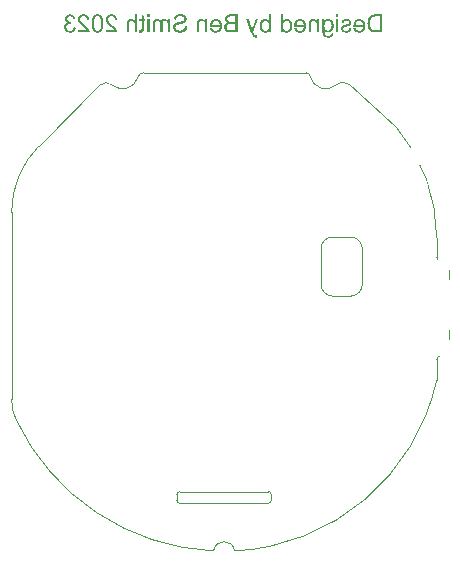
<source format=gbr>
%TF.GenerationSoftware,KiCad,Pcbnew,7.0.1*%
%TF.CreationDate,2023-12-30T18:25:03+00:00*%
%TF.ProjectId,watch_test_rig,77617463-685f-4746-9573-745f7269672e,rev?*%
%TF.SameCoordinates,Original*%
%TF.FileFunction,Legend,Bot*%
%TF.FilePolarity,Positive*%
%FSLAX46Y46*%
G04 Gerber Fmt 4.6, Leading zero omitted, Abs format (unit mm)*
G04 Created by KiCad (PCBNEW 7.0.1) date 2023-12-30 18:25:03*
%MOMM*%
%LPD*%
G01*
G04 APERTURE LIST*
%ADD10C,0.150000*%
%ADD11C,0.100000*%
%ADD12C,2.000000*%
%ADD13C,0.600000*%
%ADD14O,2.000000X0.900000*%
%ADD15O,1.700000X0.900000*%
%ADD16C,3.600000*%
%ADD17C,5.600000*%
%ADD18R,1.700000X1.700000*%
%ADD19O,1.700000X1.700000*%
G04 APERTURE END LIST*
D10*
G36*
X168433844Y-70922500D02*
G01*
X167888694Y-70922500D01*
X167871689Y-70922398D01*
X167854931Y-70922093D01*
X167838419Y-70921585D01*
X167822153Y-70920874D01*
X167806133Y-70919959D01*
X167790359Y-70918842D01*
X167774832Y-70917521D01*
X167759550Y-70915997D01*
X167744515Y-70914269D01*
X167729726Y-70912339D01*
X167708004Y-70909062D01*
X167686836Y-70905328D01*
X167666221Y-70901136D01*
X167646161Y-70896488D01*
X167633047Y-70893142D01*
X167613834Y-70887769D01*
X167595167Y-70881970D01*
X167577048Y-70875747D01*
X167559477Y-70869099D01*
X167542453Y-70862026D01*
X167525976Y-70854527D01*
X167510047Y-70846604D01*
X167494665Y-70838256D01*
X167479830Y-70829482D01*
X167465543Y-70820284D01*
X167456248Y-70813818D01*
X167442482Y-70803572D01*
X167428929Y-70792669D01*
X167415589Y-70781109D01*
X167402461Y-70768893D01*
X167389546Y-70756019D01*
X167376843Y-70742489D01*
X167364352Y-70728301D01*
X167352075Y-70713457D01*
X167340009Y-70697956D01*
X167328156Y-70681798D01*
X167324241Y-70676258D01*
X167312763Y-70659095D01*
X167301692Y-70641121D01*
X167291026Y-70622336D01*
X167284141Y-70609361D01*
X167277436Y-70596026D01*
X167270912Y-70582330D01*
X167264568Y-70568274D01*
X167258404Y-70553857D01*
X167252421Y-70539079D01*
X167246617Y-70523941D01*
X167240995Y-70508442D01*
X167235552Y-70492582D01*
X167230290Y-70476362D01*
X167225208Y-70459781D01*
X167220328Y-70442866D01*
X167215763Y-70425641D01*
X167211512Y-70408107D01*
X167207577Y-70390264D01*
X167203956Y-70372112D01*
X167200650Y-70353650D01*
X167197659Y-70334880D01*
X167194983Y-70315800D01*
X167192622Y-70296412D01*
X167190575Y-70276714D01*
X167188844Y-70256707D01*
X167187427Y-70236391D01*
X167186325Y-70215766D01*
X167185538Y-70194831D01*
X167185065Y-70173588D01*
X167184908Y-70152035D01*
X167184935Y-70149105D01*
X167390805Y-70149105D01*
X167390961Y-70170610D01*
X167391429Y-70191712D01*
X167392209Y-70212410D01*
X167393301Y-70232704D01*
X167394704Y-70252595D01*
X167396420Y-70272083D01*
X167398448Y-70291167D01*
X167400788Y-70309847D01*
X167403440Y-70328124D01*
X167406404Y-70345997D01*
X167409680Y-70363466D01*
X167413267Y-70380532D01*
X167417167Y-70397195D01*
X167421379Y-70413454D01*
X167425903Y-70429309D01*
X167430738Y-70444760D01*
X167433242Y-70452337D01*
X167438434Y-70467197D01*
X167443872Y-70481669D01*
X167449557Y-70495751D01*
X167455487Y-70509444D01*
X167461664Y-70522747D01*
X167471391Y-70541973D01*
X167481671Y-70560323D01*
X167492505Y-70577797D01*
X167503893Y-70594395D01*
X167515835Y-70610117D01*
X167528331Y-70624963D01*
X167541380Y-70638934D01*
X167547835Y-70645255D01*
X167561550Y-70657356D01*
X167576342Y-70668736D01*
X167592211Y-70679395D01*
X167604818Y-70686916D01*
X167618031Y-70694031D01*
X167631849Y-70700741D01*
X167646272Y-70707044D01*
X167661301Y-70712942D01*
X167676935Y-70718435D01*
X167682310Y-70720170D01*
X167699192Y-70725046D01*
X167717207Y-70729427D01*
X167736355Y-70733311D01*
X167756637Y-70736700D01*
X167778052Y-70739592D01*
X167792958Y-70741245D01*
X167808368Y-70742678D01*
X167824282Y-70743890D01*
X167840700Y-70744882D01*
X167857621Y-70745653D01*
X167875047Y-70746204D01*
X167892976Y-70746534D01*
X167911408Y-70746645D01*
X168233809Y-70746645D01*
X168233809Y-69574279D01*
X167916537Y-69574279D01*
X167894619Y-69574402D01*
X167873467Y-69574771D01*
X167853082Y-69575387D01*
X167833464Y-69576248D01*
X167814614Y-69577356D01*
X167796530Y-69578710D01*
X167779214Y-69580310D01*
X167762664Y-69582156D01*
X167746882Y-69584248D01*
X167731867Y-69586587D01*
X167710782Y-69590556D01*
X167691424Y-69595079D01*
X167673791Y-69600156D01*
X167657884Y-69605786D01*
X167644094Y-69611615D01*
X167630567Y-69618111D01*
X167617304Y-69625274D01*
X167604303Y-69633103D01*
X167591567Y-69641600D01*
X167579093Y-69650763D01*
X167566883Y-69660594D01*
X167554936Y-69671091D01*
X167543252Y-69682255D01*
X167531832Y-69694086D01*
X167520675Y-69706584D01*
X167509781Y-69719748D01*
X167499151Y-69733580D01*
X167488784Y-69748079D01*
X167478681Y-69763244D01*
X167468840Y-69779077D01*
X167459391Y-69795635D01*
X167450551Y-69813068D01*
X167442320Y-69831378D01*
X167434700Y-69850563D01*
X167427689Y-69870625D01*
X167421287Y-69891562D01*
X167415496Y-69913375D01*
X167410314Y-69936064D01*
X167405741Y-69959628D01*
X167401778Y-69984069D01*
X167398425Y-70009385D01*
X167395682Y-70035577D01*
X167393548Y-70062645D01*
X167392024Y-70090589D01*
X167391110Y-70119409D01*
X167390881Y-70134147D01*
X167390805Y-70149105D01*
X167184935Y-70149105D01*
X167185140Y-70126751D01*
X167185835Y-70101821D01*
X167186995Y-70077246D01*
X167188617Y-70053025D01*
X167190704Y-70029160D01*
X167193254Y-70005650D01*
X167196268Y-69982495D01*
X167199746Y-69959694D01*
X167203687Y-69937249D01*
X167208092Y-69915158D01*
X167212961Y-69893422D01*
X167218293Y-69872042D01*
X167224089Y-69851016D01*
X167230349Y-69830345D01*
X167237072Y-69810029D01*
X167244259Y-69790068D01*
X167251870Y-69770460D01*
X167259955Y-69751296D01*
X167268516Y-69732576D01*
X167277552Y-69714299D01*
X167287063Y-69696466D01*
X167297050Y-69679076D01*
X167307511Y-69662131D01*
X167318448Y-69645628D01*
X167329859Y-69629570D01*
X167341746Y-69613955D01*
X167354108Y-69598784D01*
X167366945Y-69584056D01*
X167380257Y-69569772D01*
X167394045Y-69555932D01*
X167408307Y-69542536D01*
X167423045Y-69529583D01*
X167434642Y-69519882D01*
X167446538Y-69510566D01*
X167458731Y-69501633D01*
X167471222Y-69493084D01*
X167484010Y-69484918D01*
X167497096Y-69477135D01*
X167510480Y-69469736D01*
X167524161Y-69462721D01*
X167538140Y-69456089D01*
X167552417Y-69449841D01*
X167566992Y-69443976D01*
X167581864Y-69438495D01*
X167597033Y-69433398D01*
X167612501Y-69428684D01*
X167628266Y-69424353D01*
X167644329Y-69420406D01*
X167656241Y-69417744D01*
X167675334Y-69414073D01*
X167695895Y-69410789D01*
X167710417Y-69408814D01*
X167725593Y-69407011D01*
X167741421Y-69405379D01*
X167757902Y-69403920D01*
X167775035Y-69402632D01*
X167792821Y-69401515D01*
X167811259Y-69400571D01*
X167830350Y-69399798D01*
X167850094Y-69399197D01*
X167870490Y-69398768D01*
X167891539Y-69398510D01*
X167913240Y-69398424D01*
X168433844Y-69398424D01*
X168433844Y-70922500D01*
G37*
G36*
X166520863Y-69797627D02*
G01*
X166548218Y-69799421D01*
X166574913Y-69802412D01*
X166600946Y-69806600D01*
X166626318Y-69811984D01*
X166651029Y-69818564D01*
X166675079Y-69826340D01*
X166698468Y-69835314D01*
X166721195Y-69845483D01*
X166743262Y-69856849D01*
X166764667Y-69869411D01*
X166785411Y-69883170D01*
X166805493Y-69898125D01*
X166824915Y-69914276D01*
X166843675Y-69931624D01*
X166861775Y-69950169D01*
X166870520Y-69959861D01*
X166887178Y-69979974D01*
X166902726Y-70001057D01*
X166917163Y-70023111D01*
X166930489Y-70046134D01*
X166942705Y-70070128D01*
X166953811Y-70095093D01*
X166963806Y-70121027D01*
X166972690Y-70147932D01*
X166980464Y-70175807D01*
X166983934Y-70190109D01*
X166987127Y-70204653D01*
X166990042Y-70219439D01*
X166992680Y-70234468D01*
X166995040Y-70249740D01*
X166997122Y-70265255D01*
X166998927Y-70281011D01*
X167000454Y-70297011D01*
X167001703Y-70313253D01*
X167002675Y-70329737D01*
X167003369Y-70346465D01*
X167003785Y-70363434D01*
X167003924Y-70380647D01*
X167003787Y-70397291D01*
X167003374Y-70413703D01*
X167002688Y-70429881D01*
X167001726Y-70445825D01*
X167000489Y-70461537D01*
X166998978Y-70477015D01*
X166997192Y-70492260D01*
X166995131Y-70507271D01*
X166992796Y-70522050D01*
X166990185Y-70536595D01*
X166984140Y-70564985D01*
X166976996Y-70592443D01*
X166968753Y-70618967D01*
X166959411Y-70644558D01*
X166948969Y-70669216D01*
X166937429Y-70692941D01*
X166924789Y-70715733D01*
X166911051Y-70737591D01*
X166896213Y-70758517D01*
X166880276Y-70778510D01*
X166863240Y-70797569D01*
X166845267Y-70815537D01*
X166826518Y-70832345D01*
X166806993Y-70847994D01*
X166786693Y-70862484D01*
X166765617Y-70875815D01*
X166743765Y-70887987D01*
X166721138Y-70898999D01*
X166697735Y-70908852D01*
X166673556Y-70917546D01*
X166648602Y-70925081D01*
X166622872Y-70931457D01*
X166596367Y-70936673D01*
X166569085Y-70940730D01*
X166541028Y-70943628D01*
X166512196Y-70945367D01*
X166497489Y-70945802D01*
X166482588Y-70945947D01*
X166459039Y-70945586D01*
X166436019Y-70944504D01*
X166413529Y-70942701D01*
X166391569Y-70940177D01*
X166370138Y-70936931D01*
X166349237Y-70932964D01*
X166328865Y-70928275D01*
X166309023Y-70922866D01*
X166289710Y-70916735D01*
X166270926Y-70909883D01*
X166252673Y-70902309D01*
X166234948Y-70894015D01*
X166217754Y-70884999D01*
X166201088Y-70875261D01*
X166184952Y-70864803D01*
X166169346Y-70853623D01*
X166154307Y-70841791D01*
X166139871Y-70829374D01*
X166126039Y-70816374D01*
X166112812Y-70802790D01*
X166100188Y-70788622D01*
X166088168Y-70773870D01*
X166076752Y-70758534D01*
X166065940Y-70742615D01*
X166055732Y-70726111D01*
X166046128Y-70709024D01*
X166037127Y-70691352D01*
X166028731Y-70673097D01*
X166020939Y-70654258D01*
X166013750Y-70634835D01*
X166007166Y-70614828D01*
X166001185Y-70594237D01*
X166193160Y-70570790D01*
X166195822Y-70578009D01*
X166201324Y-70592077D01*
X166207060Y-70605650D01*
X166216103Y-70625080D01*
X166225675Y-70643397D01*
X166235775Y-70660599D01*
X166246404Y-70676687D01*
X166257560Y-70691661D01*
X166269244Y-70705521D01*
X166281457Y-70718267D01*
X166294197Y-70729899D01*
X166307466Y-70740416D01*
X166316603Y-70746849D01*
X166330744Y-70755720D01*
X166345407Y-70763658D01*
X166360592Y-70770661D01*
X166376298Y-70776731D01*
X166392525Y-70781867D01*
X166409275Y-70786069D01*
X166426546Y-70789337D01*
X166444338Y-70791672D01*
X166462653Y-70793072D01*
X166481489Y-70793539D01*
X166498440Y-70793174D01*
X166515040Y-70792080D01*
X166531287Y-70790255D01*
X166547182Y-70787700D01*
X166562726Y-70784416D01*
X166577917Y-70780402D01*
X166592756Y-70775658D01*
X166607243Y-70770184D01*
X166621378Y-70763980D01*
X166635161Y-70757046D01*
X166648592Y-70749382D01*
X166661671Y-70740989D01*
X166674398Y-70731866D01*
X166686773Y-70722012D01*
X166698796Y-70711429D01*
X166710466Y-70700116D01*
X166721597Y-70688071D01*
X166732093Y-70675381D01*
X166741954Y-70662047D01*
X166751178Y-70648070D01*
X166759768Y-70633448D01*
X166767722Y-70618182D01*
X166775041Y-70602273D01*
X166781724Y-70585719D01*
X166787772Y-70568521D01*
X166793184Y-70550680D01*
X166797961Y-70532194D01*
X166802103Y-70513065D01*
X166805609Y-70493291D01*
X166808480Y-70472873D01*
X166810716Y-70451812D01*
X166812316Y-70430106D01*
X165996056Y-70430106D01*
X165995967Y-70425959D01*
X165995670Y-70410686D01*
X165995426Y-70394557D01*
X165995323Y-70379548D01*
X165995459Y-70362358D01*
X165995867Y-70345411D01*
X165996547Y-70328707D01*
X165997498Y-70312245D01*
X165998722Y-70296026D01*
X166000218Y-70280050D01*
X166000482Y-70277698D01*
X166190962Y-70277698D01*
X166802057Y-70277698D01*
X166800565Y-70259249D01*
X166798468Y-70241268D01*
X166795768Y-70223757D01*
X166792463Y-70206715D01*
X166788555Y-70190143D01*
X166784042Y-70174040D01*
X166778926Y-70158407D01*
X166773206Y-70143243D01*
X166766882Y-70128548D01*
X166759954Y-70114323D01*
X166752422Y-70100567D01*
X166744286Y-70087281D01*
X166735546Y-70074464D01*
X166726203Y-70062116D01*
X166716255Y-70050238D01*
X166705703Y-70038829D01*
X166700214Y-70033329D01*
X166688997Y-70022853D01*
X166677462Y-70013076D01*
X166665610Y-70003997D01*
X166653440Y-69995616D01*
X166640952Y-69987934D01*
X166621624Y-69977720D01*
X166601582Y-69969078D01*
X166580825Y-69962007D01*
X166566590Y-69958166D01*
X166552037Y-69955023D01*
X166537166Y-69952579D01*
X166521978Y-69950833D01*
X166506471Y-69949785D01*
X166490648Y-69949436D01*
X166473221Y-69949874D01*
X166456204Y-69951188D01*
X166439596Y-69953377D01*
X166423397Y-69956443D01*
X166407607Y-69960384D01*
X166392227Y-69965201D01*
X166377256Y-69970894D01*
X166362695Y-69977463D01*
X166348543Y-69984908D01*
X166334800Y-69993228D01*
X166321466Y-70002424D01*
X166308542Y-70012496D01*
X166296027Y-70023444D01*
X166283921Y-70035268D01*
X166272224Y-70047968D01*
X166260937Y-70061543D01*
X166250548Y-70075645D01*
X166240952Y-70091021D01*
X166232147Y-70107673D01*
X166224135Y-70125600D01*
X166216915Y-70144802D01*
X166210486Y-70165279D01*
X166206641Y-70179639D01*
X166203148Y-70194565D01*
X166200006Y-70210058D01*
X166197217Y-70226118D01*
X166194780Y-70242745D01*
X166192695Y-70259938D01*
X166190962Y-70277698D01*
X166000482Y-70277698D01*
X166001985Y-70264316D01*
X166004024Y-70248824D01*
X166006336Y-70233575D01*
X166008919Y-70218569D01*
X166011774Y-70203806D01*
X166014901Y-70189284D01*
X166021970Y-70160970D01*
X166030128Y-70133626D01*
X166039373Y-70107252D01*
X166049705Y-70081848D01*
X166061126Y-70057415D01*
X166073634Y-70033952D01*
X166087229Y-70011459D01*
X166101912Y-69989936D01*
X166117683Y-69969384D01*
X166134542Y-69949802D01*
X166152213Y-69931302D01*
X166170514Y-69913996D01*
X166189445Y-69897883D01*
X166209005Y-69882964D01*
X166229195Y-69869238D01*
X166250015Y-69856706D01*
X166271465Y-69845367D01*
X166293544Y-69835222D01*
X166316253Y-69826270D01*
X166339591Y-69818512D01*
X166363559Y-69811948D01*
X166388157Y-69806577D01*
X166413385Y-69802399D01*
X166439242Y-69799416D01*
X166465729Y-69797625D01*
X166492846Y-69797028D01*
X166520863Y-69797627D01*
G37*
G36*
X165848411Y-70599366D02*
G01*
X165664863Y-70570790D01*
X165661494Y-70590544D01*
X165657160Y-70609417D01*
X165651860Y-70627407D01*
X165645594Y-70644515D01*
X165638362Y-70660740D01*
X165630164Y-70676084D01*
X165621000Y-70690545D01*
X165610870Y-70704123D01*
X165599774Y-70716820D01*
X165587711Y-70728634D01*
X165579133Y-70736020D01*
X165565383Y-70746299D01*
X165550647Y-70755568D01*
X165534926Y-70763825D01*
X165518220Y-70771071D01*
X165500528Y-70777306D01*
X165481851Y-70782530D01*
X165462188Y-70786743D01*
X165441541Y-70789944D01*
X165419908Y-70792135D01*
X165404938Y-70793034D01*
X165389531Y-70793483D01*
X165381663Y-70793539D01*
X165365938Y-70793335D01*
X165350728Y-70792721D01*
X165336033Y-70791697D01*
X165314958Y-70789395D01*
X165295041Y-70786172D01*
X165276283Y-70782028D01*
X165258685Y-70776963D01*
X165242246Y-70770977D01*
X165226966Y-70764070D01*
X165212845Y-70756242D01*
X165199883Y-70747493D01*
X165191886Y-70741149D01*
X165180821Y-70731096D01*
X165167761Y-70717192D01*
X165156636Y-70702715D01*
X165147445Y-70687665D01*
X165140189Y-70672043D01*
X165134868Y-70655849D01*
X165131482Y-70639082D01*
X165130031Y-70621742D01*
X165129971Y-70617318D01*
X165130829Y-70601891D01*
X165133405Y-70587299D01*
X165139040Y-70570235D01*
X165147359Y-70554477D01*
X165158360Y-70540024D01*
X165169094Y-70529402D01*
X165181544Y-70519617D01*
X165184925Y-70517301D01*
X165199596Y-70509184D01*
X165215313Y-70502215D01*
X165229421Y-70496710D01*
X165245520Y-70490966D01*
X165263609Y-70484985D01*
X165283688Y-70478765D01*
X165298180Y-70474486D01*
X165313555Y-70470101D01*
X165329816Y-70465610D01*
X165346960Y-70461013D01*
X165364990Y-70456311D01*
X165374336Y-70453920D01*
X165399354Y-70447517D01*
X165423394Y-70441223D01*
X165446455Y-70435038D01*
X165468537Y-70428961D01*
X165489640Y-70422993D01*
X165509765Y-70417134D01*
X165528910Y-70411384D01*
X165547076Y-70405743D01*
X165564264Y-70400210D01*
X165580473Y-70394786D01*
X165595703Y-70389471D01*
X165609954Y-70384265D01*
X165629495Y-70376659D01*
X165646833Y-70369298D01*
X165657169Y-70364527D01*
X165671603Y-70357200D01*
X165685368Y-70349371D01*
X165698462Y-70341040D01*
X165710887Y-70332207D01*
X165722642Y-70322871D01*
X165733728Y-70313033D01*
X165744143Y-70302692D01*
X165756989Y-70288123D01*
X165768644Y-70272662D01*
X165776604Y-70260479D01*
X165786135Y-70243592D01*
X165794395Y-70226270D01*
X165801385Y-70208513D01*
X165807104Y-70190321D01*
X165811551Y-70171693D01*
X165814728Y-70152631D01*
X165816277Y-70138048D01*
X165817111Y-70123221D01*
X165817270Y-70113201D01*
X165816749Y-70095049D01*
X165815186Y-70077228D01*
X165812582Y-70059740D01*
X165808935Y-70042584D01*
X165804247Y-70025760D01*
X165798517Y-70009268D01*
X165791745Y-69993108D01*
X165783931Y-69977280D01*
X165775213Y-69961955D01*
X165765727Y-69947307D01*
X165755475Y-69933333D01*
X165744455Y-69920035D01*
X165732669Y-69907413D01*
X165720115Y-69895466D01*
X165706794Y-69884195D01*
X165692706Y-69873599D01*
X165678427Y-69863774D01*
X165662610Y-69854450D01*
X165648848Y-69847352D01*
X165634102Y-69840574D01*
X165618372Y-69834117D01*
X165601656Y-69827981D01*
X165583956Y-69822164D01*
X165574737Y-69819377D01*
X165560630Y-69815383D01*
X165546337Y-69811782D01*
X165531856Y-69808574D01*
X165517189Y-69805758D01*
X165502335Y-69803336D01*
X165487295Y-69801306D01*
X165472067Y-69799669D01*
X165456653Y-69798425D01*
X165441052Y-69797574D01*
X165425265Y-69797116D01*
X165414636Y-69797028D01*
X165398640Y-69797172D01*
X165382894Y-69797601D01*
X165367396Y-69798316D01*
X165352148Y-69799318D01*
X165337148Y-69800606D01*
X165322398Y-69802180D01*
X165300739Y-69805078D01*
X165279641Y-69808620D01*
X165259102Y-69812806D01*
X165239124Y-69817636D01*
X165219707Y-69823110D01*
X165200849Y-69829228D01*
X165188589Y-69833665D01*
X165170764Y-69840763D01*
X165153835Y-69848318D01*
X165137800Y-69856330D01*
X165122661Y-69864800D01*
X165108416Y-69873727D01*
X165095067Y-69883111D01*
X165082614Y-69892953D01*
X165071055Y-69903251D01*
X165060391Y-69914007D01*
X165050623Y-69925220D01*
X165044608Y-69932950D01*
X165036141Y-69945070D01*
X165028190Y-69957937D01*
X165020754Y-69971551D01*
X165013833Y-69985912D01*
X165007428Y-70001020D01*
X165001537Y-70016876D01*
X164996162Y-70033478D01*
X164991302Y-70050827D01*
X164986957Y-70068924D01*
X164983127Y-70087767D01*
X164980861Y-70100744D01*
X165162211Y-70125291D01*
X165164893Y-70110085D01*
X165168406Y-70095517D01*
X165174382Y-70077084D01*
X165181836Y-70059785D01*
X165190766Y-70043619D01*
X165201173Y-70028586D01*
X165213057Y-70014687D01*
X165226418Y-70001922D01*
X165233652Y-69995964D01*
X165249251Y-69985059D01*
X165266373Y-69975608D01*
X165280213Y-69969474D01*
X165294911Y-69964158D01*
X165310464Y-69959659D01*
X165326874Y-69955979D01*
X165344141Y-69953116D01*
X165362264Y-69951072D01*
X165381244Y-69949845D01*
X165401080Y-69949436D01*
X165416777Y-69949602D01*
X165431901Y-69950100D01*
X165453513Y-69951470D01*
X165473838Y-69953586D01*
X165492875Y-69956450D01*
X165510623Y-69960061D01*
X165527084Y-69964418D01*
X165542257Y-69969523D01*
X165556141Y-69975375D01*
X165572650Y-69984339D01*
X165583530Y-69991934D01*
X165596324Y-70002788D01*
X165607412Y-70014099D01*
X165616794Y-70025869D01*
X165626124Y-70041225D01*
X165632787Y-70057296D01*
X165636785Y-70074083D01*
X165638118Y-70091585D01*
X165637031Y-70107103D01*
X165633770Y-70121919D01*
X165628336Y-70136034D01*
X165620727Y-70149448D01*
X165615403Y-70156798D01*
X165604239Y-70169451D01*
X165592715Y-70179514D01*
X165579389Y-70188856D01*
X165564259Y-70197477D01*
X165550274Y-70204111D01*
X165544329Y-70206624D01*
X165530088Y-70211424D01*
X165512415Y-70216880D01*
X165494478Y-70222198D01*
X165478808Y-70226742D01*
X165461239Y-70231763D01*
X165441770Y-70237261D01*
X165420401Y-70243235D01*
X165405099Y-70247483D01*
X165388953Y-70251942D01*
X165380564Y-70254251D01*
X165356437Y-70260771D01*
X165333240Y-70267143D01*
X165310973Y-70273365D01*
X165289637Y-70279439D01*
X165269231Y-70285363D01*
X165249755Y-70291139D01*
X165231209Y-70296766D01*
X165213593Y-70302245D01*
X165196908Y-70307574D01*
X165181153Y-70312755D01*
X165166328Y-70317787D01*
X165152433Y-70322670D01*
X165133336Y-70329715D01*
X165116331Y-70336425D01*
X165106157Y-70340713D01*
X165091822Y-70347300D01*
X165078079Y-70354422D01*
X165064928Y-70362078D01*
X165052370Y-70370268D01*
X165040405Y-70378993D01*
X165029032Y-70388253D01*
X165014789Y-70401431D01*
X165001600Y-70415559D01*
X164989464Y-70430637D01*
X164983791Y-70438532D01*
X164973402Y-70455047D01*
X164966518Y-70468072D01*
X164960414Y-70481645D01*
X164955089Y-70495764D01*
X164950544Y-70510431D01*
X164946778Y-70525646D01*
X164943790Y-70541408D01*
X164941583Y-70557717D01*
X164940154Y-70574574D01*
X164939505Y-70591978D01*
X164939461Y-70597901D01*
X164939938Y-70615321D01*
X164941368Y-70632548D01*
X164943750Y-70649582D01*
X164947086Y-70666422D01*
X164951375Y-70683070D01*
X164956618Y-70699524D01*
X164962813Y-70715785D01*
X164969961Y-70731853D01*
X164978063Y-70747727D01*
X164987117Y-70763409D01*
X164993683Y-70773756D01*
X165004206Y-70788818D01*
X165015579Y-70803229D01*
X165027802Y-70816991D01*
X165040876Y-70830101D01*
X165054799Y-70842562D01*
X165069572Y-70854371D01*
X165085196Y-70865531D01*
X165101669Y-70876040D01*
X165118993Y-70885898D01*
X165137166Y-70895107D01*
X165149754Y-70900884D01*
X165169089Y-70908937D01*
X165188901Y-70916198D01*
X165209189Y-70922667D01*
X165229954Y-70928344D01*
X165251195Y-70933229D01*
X165265621Y-70936045D01*
X165280258Y-70938510D01*
X165295107Y-70940622D01*
X165310168Y-70942382D01*
X165325441Y-70943790D01*
X165340926Y-70944847D01*
X165356622Y-70945551D01*
X165372530Y-70945903D01*
X165380564Y-70945947D01*
X165406821Y-70945606D01*
X165432284Y-70944584D01*
X165456955Y-70942881D01*
X165480833Y-70940497D01*
X165503918Y-70937432D01*
X165526211Y-70933685D01*
X165547710Y-70929257D01*
X165568417Y-70924148D01*
X165588331Y-70918358D01*
X165607452Y-70911886D01*
X165625780Y-70904734D01*
X165643316Y-70896900D01*
X165660058Y-70888385D01*
X165676008Y-70879188D01*
X165691165Y-70869311D01*
X165705529Y-70858752D01*
X165719182Y-70847478D01*
X165732205Y-70835545D01*
X165744598Y-70822954D01*
X165756362Y-70809705D01*
X165767496Y-70795798D01*
X165778000Y-70781232D01*
X165787875Y-70766008D01*
X165797120Y-70750125D01*
X165805735Y-70733584D01*
X165813721Y-70716385D01*
X165821077Y-70698528D01*
X165827803Y-70680012D01*
X165833900Y-70660838D01*
X165839366Y-70641006D01*
X165844204Y-70620515D01*
X165848411Y-70599366D01*
G37*
G36*
X164723673Y-69609450D02*
G01*
X164723673Y-69398424D01*
X164538292Y-69398424D01*
X164538292Y-69609450D01*
X164723673Y-69609450D01*
G37*
G36*
X164723673Y-70922500D02*
G01*
X164723673Y-69820476D01*
X164538292Y-69820476D01*
X164538292Y-70922500D01*
X164723673Y-70922500D01*
G37*
G36*
X163874111Y-69797312D02*
G01*
X163891808Y-69798162D01*
X163909214Y-69799579D01*
X163926327Y-69801562D01*
X163943148Y-69804112D01*
X163959677Y-69807229D01*
X163975915Y-69810913D01*
X163991860Y-69815163D01*
X164007514Y-69819981D01*
X164022875Y-69825364D01*
X164037945Y-69831315D01*
X164052722Y-69837832D01*
X164067208Y-69844916D01*
X164081402Y-69852567D01*
X164095304Y-69860784D01*
X164108914Y-69869569D01*
X164122179Y-69878874D01*
X164135046Y-69888654D01*
X164147515Y-69898909D01*
X164159586Y-69909640D01*
X164171260Y-69920845D01*
X164182536Y-69932526D01*
X164193413Y-69944682D01*
X164203893Y-69957313D01*
X164213976Y-69970419D01*
X164223660Y-69984000D01*
X164232946Y-69998057D01*
X164241835Y-70012588D01*
X164250326Y-70027595D01*
X164258419Y-70043076D01*
X164266114Y-70059033D01*
X164273411Y-70075465D01*
X164280243Y-70092185D01*
X164286635Y-70109096D01*
X164292585Y-70126200D01*
X164298095Y-70143495D01*
X164303164Y-70160981D01*
X164307792Y-70178660D01*
X164311980Y-70196530D01*
X164315726Y-70214592D01*
X164319032Y-70232846D01*
X164321897Y-70251292D01*
X164324321Y-70269929D01*
X164326305Y-70288758D01*
X164327848Y-70307779D01*
X164328950Y-70326992D01*
X164329611Y-70346396D01*
X164329831Y-70365992D01*
X164329349Y-70394360D01*
X164327902Y-70422218D01*
X164325491Y-70449566D01*
X164322115Y-70476405D01*
X164317774Y-70502735D01*
X164312469Y-70528555D01*
X164306199Y-70553865D01*
X164298965Y-70578667D01*
X164290766Y-70602958D01*
X164281603Y-70626740D01*
X164271475Y-70650013D01*
X164260382Y-70672776D01*
X164248325Y-70695030D01*
X164235303Y-70716775D01*
X164221317Y-70738009D01*
X164206366Y-70758735D01*
X164190490Y-70778566D01*
X164173817Y-70797117D01*
X164156349Y-70814389D01*
X164138085Y-70830382D01*
X164119026Y-70845095D01*
X164099171Y-70858529D01*
X164078520Y-70870683D01*
X164057073Y-70881558D01*
X164034831Y-70891154D01*
X164011793Y-70899470D01*
X163987959Y-70906507D01*
X163963330Y-70912264D01*
X163937904Y-70916742D01*
X163911684Y-70919941D01*
X163884667Y-70921860D01*
X163856855Y-70922500D01*
X163834421Y-70921944D01*
X163812456Y-70920278D01*
X163790961Y-70917502D01*
X163769935Y-70913615D01*
X163749379Y-70908618D01*
X163729291Y-70902510D01*
X163709674Y-70895291D01*
X163690526Y-70886962D01*
X163671847Y-70877523D01*
X163653637Y-70866972D01*
X163635897Y-70855312D01*
X163618627Y-70842540D01*
X163601825Y-70828659D01*
X163585493Y-70813666D01*
X163569631Y-70797564D01*
X163554238Y-70780350D01*
X163554161Y-70802621D01*
X163554204Y-70823913D01*
X163554367Y-70844226D01*
X163554650Y-70863561D01*
X163555054Y-70881916D01*
X163555578Y-70899293D01*
X163556222Y-70915690D01*
X163556986Y-70931109D01*
X163558357Y-70952402D01*
X163560000Y-70971492D01*
X163561912Y-70988380D01*
X163564096Y-71003065D01*
X163567427Y-71019220D01*
X163570717Y-71030690D01*
X163576313Y-71047289D01*
X163582700Y-71063160D01*
X163589879Y-71078304D01*
X163597851Y-71092720D01*
X163606615Y-71106408D01*
X163616171Y-71119369D01*
X163626519Y-71131602D01*
X163637659Y-71143107D01*
X163649591Y-71153884D01*
X163662316Y-71163934D01*
X163671293Y-71170189D01*
X163685623Y-71178815D01*
X163700990Y-71186534D01*
X163717394Y-71193344D01*
X163734834Y-71199246D01*
X163753312Y-71204240D01*
X163772826Y-71208327D01*
X163793377Y-71211505D01*
X163814965Y-71213775D01*
X163829933Y-71214784D01*
X163845362Y-71215389D01*
X163861251Y-71215591D01*
X163875983Y-71215391D01*
X163897340Y-71214339D01*
X163917809Y-71212385D01*
X163937389Y-71209530D01*
X163956080Y-71205773D01*
X163973882Y-71201115D01*
X163990795Y-71195555D01*
X164006820Y-71189094D01*
X164021956Y-71181731D01*
X164036204Y-71173466D01*
X164049563Y-71164300D01*
X164055862Y-71159361D01*
X164067517Y-71148427D01*
X164077913Y-71136086D01*
X164087049Y-71122335D01*
X164094926Y-71107177D01*
X164101543Y-71090611D01*
X164106901Y-71072636D01*
X164110093Y-71058231D01*
X164112577Y-71043033D01*
X164292828Y-71016289D01*
X164292846Y-71037970D01*
X164291890Y-71058959D01*
X164289960Y-71079255D01*
X164287058Y-71098858D01*
X164283183Y-71117769D01*
X164278334Y-71135987D01*
X164272512Y-71153512D01*
X164265717Y-71170345D01*
X164257949Y-71186485D01*
X164249208Y-71201932D01*
X164239494Y-71216687D01*
X164228806Y-71230749D01*
X164217146Y-71244119D01*
X164204512Y-71256795D01*
X164190905Y-71268780D01*
X164176325Y-71280071D01*
X164160964Y-71290718D01*
X164145018Y-71300679D01*
X164128484Y-71309953D01*
X164111364Y-71318539D01*
X164093656Y-71326439D01*
X164075363Y-71333652D01*
X164056482Y-71340178D01*
X164037015Y-71346017D01*
X164016960Y-71351169D01*
X163996320Y-71355634D01*
X163975092Y-71359412D01*
X163953277Y-71362503D01*
X163930876Y-71364907D01*
X163907888Y-71366625D01*
X163884314Y-71367655D01*
X163860152Y-71367998D01*
X163839747Y-71367755D01*
X163819749Y-71367025D01*
X163800157Y-71365809D01*
X163780972Y-71364106D01*
X163762193Y-71361916D01*
X163743820Y-71359240D01*
X163725854Y-71356077D01*
X163708294Y-71352428D01*
X163691141Y-71348292D01*
X163674394Y-71343670D01*
X163658054Y-71338561D01*
X163642120Y-71332965D01*
X163626592Y-71326883D01*
X163611471Y-71320314D01*
X163596756Y-71313258D01*
X163582448Y-71305717D01*
X163575455Y-71301780D01*
X163561825Y-71293643D01*
X163548670Y-71285153D01*
X163535991Y-71276312D01*
X163523786Y-71267118D01*
X163512057Y-71257573D01*
X163500803Y-71247675D01*
X163490023Y-71237426D01*
X163479719Y-71226824D01*
X163469891Y-71215870D01*
X163460537Y-71204565D01*
X163447397Y-71186946D01*
X163439231Y-71174760D01*
X163431540Y-71162222D01*
X163424325Y-71149332D01*
X163417584Y-71136090D01*
X163414383Y-71129257D01*
X163408287Y-71114711D01*
X163402597Y-71098992D01*
X163397313Y-71082099D01*
X163392436Y-71064033D01*
X163387965Y-71044793D01*
X163383901Y-71024380D01*
X163380243Y-71002793D01*
X163376991Y-70980032D01*
X163374146Y-70956098D01*
X163371708Y-70930991D01*
X163369676Y-70904710D01*
X163368050Y-70877256D01*
X163366831Y-70848628D01*
X163366373Y-70833874D01*
X163366018Y-70818826D01*
X163365764Y-70803485D01*
X163365611Y-70787851D01*
X163365560Y-70771924D01*
X163365560Y-70358665D01*
X163538484Y-70358665D01*
X163538824Y-70384786D01*
X163539841Y-70410025D01*
X163541537Y-70434382D01*
X163543911Y-70457858D01*
X163546964Y-70480452D01*
X163550695Y-70502165D01*
X163555104Y-70522996D01*
X163560191Y-70542946D01*
X163565957Y-70562014D01*
X163572402Y-70580201D01*
X163579524Y-70597506D01*
X163587325Y-70613929D01*
X163595805Y-70629471D01*
X163604962Y-70644131D01*
X163614798Y-70657910D01*
X163625313Y-70670807D01*
X163636282Y-70682830D01*
X163647575Y-70694077D01*
X163659191Y-70704549D01*
X163671131Y-70714244D01*
X163683394Y-70723164D01*
X163695981Y-70731309D01*
X163708891Y-70738678D01*
X163722124Y-70745271D01*
X163735681Y-70751088D01*
X163749562Y-70756130D01*
X163763765Y-70760396D01*
X163778293Y-70763887D01*
X163793143Y-70766601D01*
X163808317Y-70768541D01*
X163823815Y-70769704D01*
X163839636Y-70770092D01*
X163855543Y-70769701D01*
X163871115Y-70768529D01*
X163886352Y-70766576D01*
X163901254Y-70763841D01*
X163915821Y-70760325D01*
X163930053Y-70756027D01*
X163943951Y-70750948D01*
X163957514Y-70745088D01*
X163970741Y-70738446D01*
X163983634Y-70731023D01*
X163996192Y-70722818D01*
X164008415Y-70713832D01*
X164020303Y-70704065D01*
X164031857Y-70693516D01*
X164043075Y-70682186D01*
X164053959Y-70670075D01*
X164064296Y-70657113D01*
X164073966Y-70643233D01*
X164082969Y-70628433D01*
X164091305Y-70612716D01*
X164098974Y-70596079D01*
X164105977Y-70578524D01*
X164112312Y-70560049D01*
X164117981Y-70540656D01*
X164122983Y-70520345D01*
X164127318Y-70499114D01*
X164130986Y-70476965D01*
X164133987Y-70453897D01*
X164136321Y-70429910D01*
X164137988Y-70405004D01*
X164138988Y-70379180D01*
X164139322Y-70352437D01*
X164138984Y-70327817D01*
X164137971Y-70303968D01*
X164136282Y-70280888D01*
X164133918Y-70258579D01*
X164130878Y-70237039D01*
X164127163Y-70216269D01*
X164122772Y-70196270D01*
X164117706Y-70177040D01*
X164111965Y-70158580D01*
X164105548Y-70140890D01*
X164098455Y-70123970D01*
X164090687Y-70107820D01*
X164082243Y-70092440D01*
X164073124Y-70077830D01*
X164063330Y-70063989D01*
X164052860Y-70050919D01*
X164047419Y-70044675D01*
X164036320Y-70032783D01*
X164024928Y-70021683D01*
X164013245Y-70011376D01*
X164001269Y-70001862D01*
X163989002Y-69993141D01*
X163976442Y-69985213D01*
X163963591Y-69978077D01*
X163943766Y-69968860D01*
X163923285Y-69961428D01*
X163902147Y-69955779D01*
X163887690Y-69953004D01*
X163872941Y-69951022D01*
X163857900Y-69949832D01*
X163842567Y-69949436D01*
X163827002Y-69949840D01*
X163811723Y-69951050D01*
X163796731Y-69953068D01*
X163782025Y-69955893D01*
X163767605Y-69959525D01*
X163753472Y-69963965D01*
X163739624Y-69969211D01*
X163726063Y-69975265D01*
X163712788Y-69982125D01*
X163699799Y-69989793D01*
X163687097Y-69998268D01*
X163674680Y-70007551D01*
X163662550Y-70017640D01*
X163650706Y-70028536D01*
X163639149Y-70040240D01*
X163627877Y-70052751D01*
X163617052Y-70066010D01*
X163606926Y-70080051D01*
X163597498Y-70094873D01*
X163588768Y-70110476D01*
X163580736Y-70126861D01*
X163573403Y-70144027D01*
X163566769Y-70161975D01*
X163560833Y-70180703D01*
X163555595Y-70200214D01*
X163551055Y-70220505D01*
X163547214Y-70241579D01*
X163544071Y-70263433D01*
X163541627Y-70286069D01*
X163539881Y-70309486D01*
X163538834Y-70333685D01*
X163538484Y-70358665D01*
X163365560Y-70358665D01*
X163365560Y-69820476D01*
X163536653Y-69820476D01*
X163536653Y-69952367D01*
X163552627Y-69933556D01*
X163569133Y-69915959D01*
X163586172Y-69899576D01*
X163603743Y-69884406D01*
X163621847Y-69870450D01*
X163640482Y-69857708D01*
X163659651Y-69846179D01*
X163679351Y-69835863D01*
X163699584Y-69826761D01*
X163720350Y-69818873D01*
X163741648Y-69812198D01*
X163763478Y-69806737D01*
X163785840Y-69802490D01*
X163808735Y-69799456D01*
X163832163Y-69797635D01*
X163856122Y-69797028D01*
X163874111Y-69797312D01*
G37*
G36*
X163090787Y-70922500D02*
G01*
X163090787Y-69820476D01*
X162924091Y-69820476D01*
X162924091Y-69975081D01*
X162908605Y-69953520D01*
X162892281Y-69933350D01*
X162875117Y-69914571D01*
X162857116Y-69897183D01*
X162838275Y-69881186D01*
X162818596Y-69866580D01*
X162798078Y-69853366D01*
X162776721Y-69841542D01*
X162754526Y-69831109D01*
X162731493Y-69822067D01*
X162707620Y-69814416D01*
X162682909Y-69808157D01*
X162657360Y-69803288D01*
X162630971Y-69799811D01*
X162603745Y-69797724D01*
X162575679Y-69797028D01*
X162557274Y-69797344D01*
X162539151Y-69798291D01*
X162521313Y-69799868D01*
X162503757Y-69802077D01*
X162486485Y-69804917D01*
X162469496Y-69808389D01*
X162452791Y-69812491D01*
X162436369Y-69817224D01*
X162420230Y-69822589D01*
X162404375Y-69828584D01*
X162393962Y-69832932D01*
X162378739Y-69839795D01*
X162364257Y-69847057D01*
X162350515Y-69854719D01*
X162337514Y-69862779D01*
X162325253Y-69871239D01*
X162310057Y-69883141D01*
X162296179Y-69895751D01*
X162283616Y-69909072D01*
X162272371Y-69923103D01*
X162269765Y-69926721D01*
X162259804Y-69941536D01*
X162250622Y-69957038D01*
X162242219Y-69973227D01*
X162234594Y-69990102D01*
X162227748Y-70007665D01*
X162221680Y-70025915D01*
X162217640Y-70040052D01*
X162214037Y-70054577D01*
X162211879Y-70064474D01*
X162208924Y-70082522D01*
X162206921Y-70099704D01*
X162205238Y-70119325D01*
X162204186Y-70135641D01*
X162203314Y-70153328D01*
X162202623Y-70172387D01*
X162202112Y-70192818D01*
X162201781Y-70214621D01*
X162201661Y-70229918D01*
X162201621Y-70245825D01*
X162201621Y-70922500D01*
X162387001Y-70922500D01*
X162387001Y-70250587D01*
X162387191Y-70229664D01*
X162387761Y-70209758D01*
X162388711Y-70190869D01*
X162390041Y-70172998D01*
X162391751Y-70156145D01*
X162393841Y-70140309D01*
X162396310Y-70125490D01*
X162400195Y-70107315D01*
X162404754Y-70090949D01*
X162408617Y-70079862D01*
X162414547Y-70066026D01*
X162421531Y-70052911D01*
X162429568Y-70040518D01*
X162438659Y-70028845D01*
X162448803Y-70017895D01*
X162460000Y-70007665D01*
X162472250Y-69998157D01*
X162485553Y-69989370D01*
X162499596Y-69981384D01*
X162514244Y-69974463D01*
X162529500Y-69968607D01*
X162545362Y-69963816D01*
X162561832Y-69960089D01*
X162578908Y-69957427D01*
X162596590Y-69955830D01*
X162614880Y-69955298D01*
X162629546Y-69955594D01*
X162651073Y-69957149D01*
X162672033Y-69960038D01*
X162692426Y-69964259D01*
X162712253Y-69969814D01*
X162731513Y-69976701D01*
X162750206Y-69984922D01*
X162768332Y-69994476D01*
X162785892Y-70005362D01*
X162802885Y-70017582D01*
X162819311Y-70031135D01*
X162834698Y-70046556D01*
X162844114Y-70058171D01*
X162852858Y-70070853D01*
X162860930Y-70084603D01*
X162868329Y-70099421D01*
X162875055Y-70115306D01*
X162881108Y-70132259D01*
X162886489Y-70150280D01*
X162891198Y-70169368D01*
X162895234Y-70189524D01*
X162898597Y-70210747D01*
X162901287Y-70233038D01*
X162903305Y-70256397D01*
X162904650Y-70280823D01*
X162905323Y-70306317D01*
X162905407Y-70319464D01*
X162905407Y-70922500D01*
X163090787Y-70922500D01*
G37*
G36*
X161501672Y-69797627D02*
G01*
X161529028Y-69799421D01*
X161555722Y-69802412D01*
X161581756Y-69806600D01*
X161607128Y-69811984D01*
X161631839Y-69818564D01*
X161655889Y-69826340D01*
X161679277Y-69835314D01*
X161702005Y-69845483D01*
X161724071Y-69856849D01*
X161745476Y-69869411D01*
X161766220Y-69883170D01*
X161786303Y-69898125D01*
X161805724Y-69914276D01*
X161824485Y-69931624D01*
X161842584Y-69950169D01*
X161851330Y-69959861D01*
X161867988Y-69979974D01*
X161883535Y-70001057D01*
X161897972Y-70023111D01*
X161911299Y-70046134D01*
X161923515Y-70070128D01*
X161934620Y-70095093D01*
X161944615Y-70121027D01*
X161953500Y-70147932D01*
X161961273Y-70175807D01*
X161964744Y-70190109D01*
X161967937Y-70204653D01*
X161970852Y-70219439D01*
X161973489Y-70234468D01*
X161975849Y-70249740D01*
X161977931Y-70265255D01*
X161979736Y-70281011D01*
X161981263Y-70297011D01*
X161982512Y-70313253D01*
X161983484Y-70329737D01*
X161984178Y-70346465D01*
X161984595Y-70363434D01*
X161984734Y-70380647D01*
X161984596Y-70397291D01*
X161984184Y-70413703D01*
X161983497Y-70429881D01*
X161982535Y-70445825D01*
X161981299Y-70461537D01*
X161979788Y-70477015D01*
X161978002Y-70492260D01*
X161975941Y-70507271D01*
X161973605Y-70522050D01*
X161970995Y-70536595D01*
X161964950Y-70564985D01*
X161957806Y-70592443D01*
X161949563Y-70618967D01*
X161940220Y-70644558D01*
X161929779Y-70669216D01*
X161918238Y-70692941D01*
X161905599Y-70715733D01*
X161891860Y-70737591D01*
X161877022Y-70758517D01*
X161861086Y-70778510D01*
X161844050Y-70797569D01*
X161826076Y-70815537D01*
X161807327Y-70832345D01*
X161787803Y-70847994D01*
X161767502Y-70862484D01*
X161746426Y-70875815D01*
X161724575Y-70887987D01*
X161701948Y-70898999D01*
X161678545Y-70908852D01*
X161654366Y-70917546D01*
X161629412Y-70925081D01*
X161603682Y-70931457D01*
X161577176Y-70936673D01*
X161549895Y-70940730D01*
X161521838Y-70943628D01*
X161493005Y-70945367D01*
X161478298Y-70945802D01*
X161463397Y-70945947D01*
X161439848Y-70945586D01*
X161416829Y-70944504D01*
X161394339Y-70942701D01*
X161372379Y-70940177D01*
X161350948Y-70936931D01*
X161330046Y-70932964D01*
X161309674Y-70928275D01*
X161289832Y-70922866D01*
X161270519Y-70916735D01*
X161251736Y-70909883D01*
X161233482Y-70902309D01*
X161215758Y-70894015D01*
X161198563Y-70884999D01*
X161181898Y-70875261D01*
X161165762Y-70864803D01*
X161150156Y-70853623D01*
X161135116Y-70841791D01*
X161120681Y-70829374D01*
X161106849Y-70816374D01*
X161093621Y-70802790D01*
X161080997Y-70788622D01*
X161068977Y-70773870D01*
X161057561Y-70758534D01*
X161046749Y-70742615D01*
X161036541Y-70726111D01*
X161026937Y-70709024D01*
X161017937Y-70691352D01*
X161009541Y-70673097D01*
X161001748Y-70654258D01*
X160994560Y-70634835D01*
X160987975Y-70614828D01*
X160981994Y-70594237D01*
X161173969Y-70570790D01*
X161176632Y-70578009D01*
X161182133Y-70592077D01*
X161187869Y-70605650D01*
X161196913Y-70625080D01*
X161206485Y-70643397D01*
X161216585Y-70660599D01*
X161227213Y-70676687D01*
X161238369Y-70691661D01*
X161250054Y-70705521D01*
X161262266Y-70718267D01*
X161275006Y-70729899D01*
X161288275Y-70740416D01*
X161297413Y-70746849D01*
X161311554Y-70755720D01*
X161326217Y-70763658D01*
X161341401Y-70770661D01*
X161357107Y-70776731D01*
X161373335Y-70781867D01*
X161390084Y-70786069D01*
X161407355Y-70789337D01*
X161425148Y-70791672D01*
X161443462Y-70793072D01*
X161462298Y-70793539D01*
X161479250Y-70793174D01*
X161495849Y-70792080D01*
X161512096Y-70790255D01*
X161527992Y-70787700D01*
X161543535Y-70784416D01*
X161558726Y-70780402D01*
X161573565Y-70775658D01*
X161588053Y-70770184D01*
X161602188Y-70763980D01*
X161615971Y-70757046D01*
X161629402Y-70749382D01*
X161642481Y-70740989D01*
X161655207Y-70731866D01*
X161667582Y-70722012D01*
X161679605Y-70711429D01*
X161691276Y-70700116D01*
X161702407Y-70688071D01*
X161712903Y-70675381D01*
X161722763Y-70662047D01*
X161731988Y-70648070D01*
X161740577Y-70633448D01*
X161748532Y-70618182D01*
X161755850Y-70602273D01*
X161762534Y-70585719D01*
X161768581Y-70568521D01*
X161773994Y-70550680D01*
X161778771Y-70532194D01*
X161782913Y-70513065D01*
X161786419Y-70493291D01*
X161789290Y-70472873D01*
X161791525Y-70451812D01*
X161793125Y-70430106D01*
X160976865Y-70430106D01*
X160976777Y-70425959D01*
X160976479Y-70410686D01*
X160976236Y-70394557D01*
X160976133Y-70379548D01*
X160976269Y-70362358D01*
X160976676Y-70345411D01*
X160977356Y-70328707D01*
X160978308Y-70312245D01*
X160979532Y-70296026D01*
X160981027Y-70280050D01*
X160981291Y-70277698D01*
X161171771Y-70277698D01*
X161782867Y-70277698D01*
X161781374Y-70259249D01*
X161779278Y-70241268D01*
X161776577Y-70223757D01*
X161773273Y-70206715D01*
X161769364Y-70190143D01*
X161764852Y-70174040D01*
X161759736Y-70158407D01*
X161754016Y-70143243D01*
X161747692Y-70128548D01*
X161740764Y-70114323D01*
X161733232Y-70100567D01*
X161725096Y-70087281D01*
X161716356Y-70074464D01*
X161707012Y-70062116D01*
X161697065Y-70050238D01*
X161686513Y-70038829D01*
X161681024Y-70033329D01*
X161669807Y-70022853D01*
X161658272Y-70013076D01*
X161646419Y-70003997D01*
X161634249Y-69995616D01*
X161621761Y-69987934D01*
X161602434Y-69977720D01*
X161582391Y-69969078D01*
X161561634Y-69962007D01*
X161547399Y-69958166D01*
X161532846Y-69955023D01*
X161517975Y-69952579D01*
X161502787Y-69950833D01*
X161487281Y-69949785D01*
X161471457Y-69949436D01*
X161454031Y-69949874D01*
X161437013Y-69951188D01*
X161420405Y-69953377D01*
X161404206Y-69956443D01*
X161388417Y-69960384D01*
X161373037Y-69965201D01*
X161358066Y-69970894D01*
X161343504Y-69977463D01*
X161329352Y-69984908D01*
X161315609Y-69993228D01*
X161302276Y-70002424D01*
X161289351Y-70012496D01*
X161276836Y-70023444D01*
X161264730Y-70035268D01*
X161253034Y-70047968D01*
X161241747Y-70061543D01*
X161231358Y-70075645D01*
X161221761Y-70091021D01*
X161212957Y-70107673D01*
X161204944Y-70125600D01*
X161197724Y-70144802D01*
X161191296Y-70165279D01*
X161187450Y-70179639D01*
X161183957Y-70194565D01*
X161180816Y-70210058D01*
X161178027Y-70226118D01*
X161175589Y-70242745D01*
X161173504Y-70259938D01*
X161171771Y-70277698D01*
X160981291Y-70277698D01*
X160982794Y-70264316D01*
X160984834Y-70248824D01*
X160987145Y-70233575D01*
X160989728Y-70218569D01*
X160992583Y-70203806D01*
X160995710Y-70189284D01*
X161002780Y-70160970D01*
X161010937Y-70133626D01*
X161020182Y-70107252D01*
X161030515Y-70081848D01*
X161041935Y-70057415D01*
X161054443Y-70033952D01*
X161068039Y-70011459D01*
X161082722Y-69989936D01*
X161098493Y-69969384D01*
X161115351Y-69949802D01*
X161133022Y-69931302D01*
X161151323Y-69913996D01*
X161170254Y-69897883D01*
X161189815Y-69882964D01*
X161210005Y-69869238D01*
X161230825Y-69856706D01*
X161252274Y-69845367D01*
X161274353Y-69835222D01*
X161297062Y-69826270D01*
X161320401Y-69818512D01*
X161344369Y-69811948D01*
X161368967Y-69806577D01*
X161394194Y-69802399D01*
X161420052Y-69799416D01*
X161446539Y-69797625D01*
X161473655Y-69797028D01*
X161501672Y-69797627D01*
G37*
G36*
X160057291Y-69953832D02*
G01*
X160063449Y-69945190D01*
X160073110Y-69932618D01*
X160083280Y-69920516D01*
X160093959Y-69908884D01*
X160105146Y-69897723D01*
X160116842Y-69887031D01*
X160129047Y-69876810D01*
X160141761Y-69867059D01*
X160154983Y-69857778D01*
X160168714Y-69848967D01*
X160182954Y-69840626D01*
X160192701Y-69835346D01*
X160207639Y-69828066D01*
X160222956Y-69821552D01*
X160238654Y-69815804D01*
X160254731Y-69810823D01*
X160271189Y-69806608D01*
X160288026Y-69803159D01*
X160305243Y-69800477D01*
X160322841Y-69798561D01*
X160340818Y-69797412D01*
X160359175Y-69797028D01*
X160375972Y-69797308D01*
X160392566Y-69798145D01*
X160408956Y-69799540D01*
X160425144Y-69801494D01*
X160441128Y-69804005D01*
X160456909Y-69807075D01*
X160472486Y-69810703D01*
X160487861Y-69814889D01*
X160503032Y-69819633D01*
X160518000Y-69824935D01*
X160532765Y-69830796D01*
X160547326Y-69837214D01*
X160561685Y-69844191D01*
X160575840Y-69851726D01*
X160589792Y-69859818D01*
X160603540Y-69868469D01*
X160616974Y-69877644D01*
X160629981Y-69887309D01*
X160642562Y-69897462D01*
X160654717Y-69908106D01*
X160666445Y-69919238D01*
X160677746Y-69930860D01*
X160688621Y-69942972D01*
X160699070Y-69955573D01*
X160709092Y-69968663D01*
X160718687Y-69982243D01*
X160727856Y-69996312D01*
X160736599Y-70010871D01*
X160744915Y-70025919D01*
X160752805Y-70041456D01*
X160760268Y-70057483D01*
X160767305Y-70074000D01*
X160773915Y-70090880D01*
X160780099Y-70107997D01*
X160785857Y-70125352D01*
X160791187Y-70142945D01*
X160796092Y-70160775D01*
X160800570Y-70178843D01*
X160804621Y-70197148D01*
X160808246Y-70215691D01*
X160811445Y-70234472D01*
X160814217Y-70253490D01*
X160816562Y-70272745D01*
X160818482Y-70292238D01*
X160819974Y-70311969D01*
X160821040Y-70331937D01*
X160821680Y-70352143D01*
X160821893Y-70372587D01*
X160821659Y-70393502D01*
X160820955Y-70414118D01*
X160819781Y-70434432D01*
X160818138Y-70454446D01*
X160816026Y-70474160D01*
X160813444Y-70493573D01*
X160810393Y-70512685D01*
X160806872Y-70531497D01*
X160802882Y-70550009D01*
X160798423Y-70568220D01*
X160793494Y-70586130D01*
X160788096Y-70603740D01*
X160782229Y-70621049D01*
X160775892Y-70638058D01*
X160769085Y-70654766D01*
X160761810Y-70671174D01*
X160754062Y-70687162D01*
X160745930Y-70702704D01*
X160737415Y-70717799D01*
X160728516Y-70732448D01*
X160719234Y-70746650D01*
X160709568Y-70760406D01*
X160699519Y-70773716D01*
X160689086Y-70786578D01*
X160678270Y-70798995D01*
X160667070Y-70810964D01*
X160655487Y-70822488D01*
X160643520Y-70833565D01*
X160631169Y-70844195D01*
X160618435Y-70854379D01*
X160605318Y-70864116D01*
X160591817Y-70873407D01*
X160577996Y-70882191D01*
X160564013Y-70890408D01*
X160549866Y-70898059D01*
X160535557Y-70905143D01*
X160521084Y-70911660D01*
X160506448Y-70917611D01*
X160491649Y-70922995D01*
X160476687Y-70927812D01*
X160461561Y-70932062D01*
X160446273Y-70935746D01*
X160430821Y-70938863D01*
X160415206Y-70941413D01*
X160399428Y-70943397D01*
X160383487Y-70944813D01*
X160367383Y-70945663D01*
X160351115Y-70945947D01*
X160326263Y-70945316D01*
X160302171Y-70943422D01*
X160278841Y-70940267D01*
X160256273Y-70935849D01*
X160234465Y-70930169D01*
X160213420Y-70923227D01*
X160193135Y-70915022D01*
X160173612Y-70905555D01*
X160154850Y-70894826D01*
X160136849Y-70882835D01*
X160119610Y-70869581D01*
X160103132Y-70855066D01*
X160087416Y-70839288D01*
X160072461Y-70822247D01*
X160058267Y-70803945D01*
X160044835Y-70784380D01*
X160044835Y-70922500D01*
X159873010Y-70922500D01*
X159873010Y-70387608D01*
X160041904Y-70387608D01*
X160042236Y-70412888D01*
X160043232Y-70437347D01*
X160044892Y-70460985D01*
X160047216Y-70483801D01*
X160050204Y-70505796D01*
X160053856Y-70526969D01*
X160058173Y-70547321D01*
X160063153Y-70566851D01*
X160068797Y-70585560D01*
X160075106Y-70603448D01*
X160082078Y-70620514D01*
X160089714Y-70636758D01*
X160098015Y-70652181D01*
X160106979Y-70666783D01*
X160116608Y-70680563D01*
X160126900Y-70693522D01*
X160137668Y-70705633D01*
X160148722Y-70716963D01*
X160160062Y-70727512D01*
X160171688Y-70737279D01*
X160183601Y-70746265D01*
X160202006Y-70758279D01*
X160221056Y-70768535D01*
X160240749Y-70777032D01*
X160261087Y-70783772D01*
X160282068Y-70788753D01*
X160303694Y-70791977D01*
X160318469Y-70793149D01*
X160333530Y-70793539D01*
X160348472Y-70793130D01*
X160363165Y-70791902D01*
X160384738Y-70788525D01*
X160405751Y-70783307D01*
X160426203Y-70776246D01*
X160446095Y-70767344D01*
X160459045Y-70760386D01*
X160471746Y-70752610D01*
X160484198Y-70744014D01*
X160496402Y-70734600D01*
X160508356Y-70724368D01*
X160520061Y-70713317D01*
X160531517Y-70701447D01*
X160542724Y-70688759D01*
X160553460Y-70675242D01*
X160563503Y-70660887D01*
X160572854Y-70645693D01*
X160581513Y-70629660D01*
X160589478Y-70612789D01*
X160596751Y-70595079D01*
X160603331Y-70576530D01*
X160609219Y-70557143D01*
X160614414Y-70536917D01*
X160618916Y-70515852D01*
X160622726Y-70493949D01*
X160625843Y-70471207D01*
X160628267Y-70447627D01*
X160629999Y-70423208D01*
X160631038Y-70397950D01*
X160631384Y-70371854D01*
X160631060Y-70344928D01*
X160630090Y-70318920D01*
X160628473Y-70293831D01*
X160626209Y-70269661D01*
X160623298Y-70246410D01*
X160619740Y-70224078D01*
X160615536Y-70202664D01*
X160610684Y-70182169D01*
X160605186Y-70162593D01*
X160599041Y-70143935D01*
X160592249Y-70126197D01*
X160584810Y-70109377D01*
X160576724Y-70093476D01*
X160567991Y-70078494D01*
X160558612Y-70064430D01*
X160548586Y-70051285D01*
X160543348Y-70045019D01*
X160532635Y-70033084D01*
X160521604Y-70021944D01*
X160510255Y-70011600D01*
X160498589Y-70002051D01*
X160486605Y-69993299D01*
X160468033Y-69981662D01*
X160448746Y-69971815D01*
X160428744Y-69963759D01*
X160408028Y-69957492D01*
X160386597Y-69953017D01*
X160371912Y-69951027D01*
X160356910Y-69949834D01*
X160341590Y-69949436D01*
X160325946Y-69949850D01*
X160310615Y-69951090D01*
X160295595Y-69953158D01*
X160280888Y-69956053D01*
X160266492Y-69959776D01*
X160252409Y-69964325D01*
X160238637Y-69969702D01*
X160225178Y-69975906D01*
X160212030Y-69982937D01*
X160199194Y-69990795D01*
X160186671Y-69999480D01*
X160174459Y-70008993D01*
X160162559Y-70019333D01*
X160150972Y-70030500D01*
X160139696Y-70042494D01*
X160128732Y-70055315D01*
X160118218Y-70069021D01*
X160108382Y-70083668D01*
X160099224Y-70099258D01*
X160090745Y-70115788D01*
X160082944Y-70133261D01*
X160075821Y-70151675D01*
X160069377Y-70171031D01*
X160063611Y-70191328D01*
X160058523Y-70212567D01*
X160054114Y-70234748D01*
X160050383Y-70257870D01*
X160047331Y-70281934D01*
X160044956Y-70306940D01*
X160043260Y-70332888D01*
X160042243Y-70359777D01*
X160041904Y-70387608D01*
X159873010Y-70387608D01*
X159873010Y-69398424D01*
X160057291Y-69398424D01*
X160057291Y-69953832D01*
G37*
G36*
X159004727Y-70922500D02*
G01*
X158832535Y-70922500D01*
X158832535Y-70784380D01*
X158818426Y-70803945D01*
X158803667Y-70822247D01*
X158788258Y-70839288D01*
X158772200Y-70855066D01*
X158755491Y-70869581D01*
X158738134Y-70882835D01*
X158720126Y-70894826D01*
X158701469Y-70905555D01*
X158682161Y-70915022D01*
X158662205Y-70923227D01*
X158641598Y-70930169D01*
X158620342Y-70935849D01*
X158598436Y-70940267D01*
X158575880Y-70943422D01*
X158552675Y-70945316D01*
X158528819Y-70945947D01*
X158504675Y-70945344D01*
X158480969Y-70943537D01*
X158457700Y-70940524D01*
X158434870Y-70936307D01*
X158412477Y-70930884D01*
X158390523Y-70924257D01*
X158369006Y-70916424D01*
X158347927Y-70907387D01*
X158327286Y-70897145D01*
X158307083Y-70885697D01*
X158287318Y-70873045D01*
X158267991Y-70859187D01*
X158249102Y-70844125D01*
X158230650Y-70827857D01*
X158212637Y-70810385D01*
X158195061Y-70791707D01*
X158178203Y-70771927D01*
X158162432Y-70751144D01*
X158147749Y-70729360D01*
X158134153Y-70706574D01*
X158121646Y-70682786D01*
X158110225Y-70657996D01*
X158099893Y-70632204D01*
X158090648Y-70605411D01*
X158082490Y-70577616D01*
X158078820Y-70563343D01*
X158075421Y-70548819D01*
X158072294Y-70534045D01*
X158069439Y-70519021D01*
X158066855Y-70503746D01*
X158064544Y-70488220D01*
X158062505Y-70472445D01*
X158060737Y-70456418D01*
X158059242Y-70440142D01*
X158058018Y-70423614D01*
X158057067Y-70406837D01*
X158056387Y-70389809D01*
X158055979Y-70372530D01*
X158055962Y-70370389D01*
X158245253Y-70370389D01*
X158245600Y-70396313D01*
X158246639Y-70421422D01*
X158248370Y-70445715D01*
X158250795Y-70469192D01*
X158253912Y-70491854D01*
X158257721Y-70513700D01*
X158262224Y-70534730D01*
X158267418Y-70554945D01*
X158273306Y-70574343D01*
X158279886Y-70592926D01*
X158287159Y-70610693D01*
X158295125Y-70627645D01*
X158303783Y-70643781D01*
X158313134Y-70659101D01*
X158323177Y-70673605D01*
X158333914Y-70687294D01*
X158339487Y-70693830D01*
X158350827Y-70706281D01*
X158362425Y-70717902D01*
X158374280Y-70728692D01*
X158386393Y-70738653D01*
X158398764Y-70747783D01*
X158411392Y-70756084D01*
X158424277Y-70763554D01*
X158437421Y-70770194D01*
X158457619Y-70778598D01*
X158478396Y-70785135D01*
X158499753Y-70789804D01*
X158514314Y-70791879D01*
X158529131Y-70793124D01*
X158544207Y-70793539D01*
X158562649Y-70792977D01*
X158580608Y-70791290D01*
X158598084Y-70788477D01*
X158615075Y-70784540D01*
X158631583Y-70779479D01*
X158647607Y-70773292D01*
X158663148Y-70765980D01*
X158678204Y-70757544D01*
X158692777Y-70747983D01*
X158706867Y-70737297D01*
X158720472Y-70725486D01*
X158733594Y-70712550D01*
X158746232Y-70698489D01*
X158758387Y-70683304D01*
X158770057Y-70666993D01*
X158781244Y-70649558D01*
X158790803Y-70632037D01*
X158799422Y-70612584D01*
X158804646Y-70598542D01*
X158809452Y-70583641D01*
X158813839Y-70567882D01*
X158817809Y-70551264D01*
X158821361Y-70533787D01*
X158824495Y-70515452D01*
X158827212Y-70496258D01*
X158829510Y-70476205D01*
X158831390Y-70455293D01*
X158832853Y-70433523D01*
X158833898Y-70410895D01*
X158834525Y-70387407D01*
X158834734Y-70363061D01*
X158834387Y-70338290D01*
X158833348Y-70314260D01*
X158831617Y-70290972D01*
X158829192Y-70268425D01*
X158826075Y-70246619D01*
X158822266Y-70225554D01*
X158817763Y-70205231D01*
X158812568Y-70185649D01*
X158806681Y-70166809D01*
X158800101Y-70148710D01*
X158792828Y-70131352D01*
X158784862Y-70114735D01*
X158776204Y-70098860D01*
X158766853Y-70083726D01*
X158756810Y-70069333D01*
X158746073Y-70055682D01*
X158740500Y-70049145D01*
X158729160Y-70036694D01*
X158717562Y-70025074D01*
X158705707Y-70014283D01*
X158693594Y-70004323D01*
X158681223Y-69995192D01*
X158668595Y-69986892D01*
X158655709Y-69979421D01*
X158642566Y-69972781D01*
X158622368Y-69964377D01*
X158601591Y-69957840D01*
X158580233Y-69953171D01*
X158565673Y-69951096D01*
X158550856Y-69949851D01*
X158535780Y-69949436D01*
X158520852Y-69949837D01*
X158498981Y-69951940D01*
X158477734Y-69955847D01*
X158457112Y-69961558D01*
X158437115Y-69969071D01*
X158417743Y-69978387D01*
X158398995Y-69989507D01*
X158386843Y-69997922D01*
X158374969Y-70007138D01*
X158363373Y-70017156D01*
X158352054Y-70027975D01*
X158341013Y-70039596D01*
X158330250Y-70052018D01*
X158319957Y-70065283D01*
X158310329Y-70079432D01*
X158301364Y-70094466D01*
X158293064Y-70110384D01*
X158285428Y-70127187D01*
X158278455Y-70144874D01*
X158272147Y-70163446D01*
X158266503Y-70182902D01*
X158261522Y-70203242D01*
X158257206Y-70224467D01*
X158253554Y-70246576D01*
X158250566Y-70269570D01*
X158248242Y-70293448D01*
X158246581Y-70318210D01*
X158245585Y-70343857D01*
X158245253Y-70370389D01*
X158055962Y-70370389D01*
X158055843Y-70355001D01*
X158055875Y-70347574D01*
X158056133Y-70332805D01*
X158056648Y-70318150D01*
X158057904Y-70296383D01*
X158059739Y-70274873D01*
X158062154Y-70253621D01*
X158065149Y-70232627D01*
X158068723Y-70211890D01*
X158072877Y-70191411D01*
X158077610Y-70171189D01*
X158082923Y-70151225D01*
X158088816Y-70131519D01*
X158093036Y-70118542D01*
X158099737Y-70099527D01*
X158106882Y-70081052D01*
X158114472Y-70063119D01*
X158122506Y-70045727D01*
X158130984Y-70028876D01*
X158139906Y-70012565D01*
X158149273Y-69996796D01*
X158159085Y-69981567D01*
X158169340Y-69966880D01*
X158180041Y-69952733D01*
X158187447Y-69943613D01*
X158199022Y-69930420D01*
X158211159Y-69917814D01*
X158223855Y-69905794D01*
X158237112Y-69894360D01*
X158250929Y-69883512D01*
X158265306Y-69873249D01*
X158280244Y-69863573D01*
X158295742Y-69854483D01*
X158311800Y-69845979D01*
X158328418Y-69838061D01*
X158339725Y-69833092D01*
X158356842Y-69826240D01*
X158374145Y-69820109D01*
X158391635Y-69814700D01*
X158409312Y-69810011D01*
X158427175Y-69806044D01*
X158445225Y-69802799D01*
X158463462Y-69800274D01*
X158481886Y-69798471D01*
X158500497Y-69797389D01*
X158519294Y-69797028D01*
X158541847Y-69797604D01*
X158563893Y-69799330D01*
X158585433Y-69802206D01*
X158606466Y-69806233D01*
X158626992Y-69811411D01*
X158647012Y-69817739D01*
X158666525Y-69825218D01*
X158685532Y-69833848D01*
X158704032Y-69843628D01*
X158722025Y-69854559D01*
X158739512Y-69866641D01*
X158756492Y-69879873D01*
X158772965Y-69894255D01*
X158788932Y-69909789D01*
X158804393Y-69926472D01*
X158819346Y-69944307D01*
X158819346Y-69398424D01*
X159004727Y-69398424D01*
X159004727Y-70922500D01*
G37*
G36*
X157844085Y-71346017D02*
G01*
X157864601Y-71175657D01*
X157849637Y-71179521D01*
X157835154Y-71182870D01*
X157817727Y-71186332D01*
X157801051Y-71188988D01*
X157785126Y-71190840D01*
X157769953Y-71191886D01*
X157758355Y-71192144D01*
X157743352Y-71191812D01*
X157725676Y-71190463D01*
X157709198Y-71188076D01*
X157693919Y-71184652D01*
X157679839Y-71180191D01*
X157664525Y-71173468D01*
X157659803Y-71170894D01*
X157646266Y-71162334D01*
X157633683Y-71152588D01*
X157622052Y-71141657D01*
X157611375Y-71129541D01*
X157601650Y-71116240D01*
X157598620Y-71111543D01*
X157591390Y-71097826D01*
X157584185Y-71081810D01*
X157577648Y-71065997D01*
X157570423Y-71047515D01*
X157564554Y-71031904D01*
X157558299Y-71014791D01*
X157551657Y-70996179D01*
X157544629Y-70976066D01*
X157542200Y-70969028D01*
X157537478Y-70955100D01*
X157532204Y-70940267D01*
X157527109Y-70926288D01*
X157525714Y-70922500D01*
X157940805Y-69820476D01*
X157741136Y-69820476D01*
X157513258Y-70458316D01*
X157507752Y-70473523D01*
X157502318Y-70488827D01*
X157496956Y-70504229D01*
X157491665Y-70519728D01*
X157486446Y-70535324D01*
X157481298Y-70551018D01*
X157476222Y-70566808D01*
X157471217Y-70582697D01*
X157466284Y-70598682D01*
X157461423Y-70614765D01*
X157456633Y-70630945D01*
X157451914Y-70647223D01*
X157447268Y-70663597D01*
X157442692Y-70680069D01*
X157438189Y-70696639D01*
X157433757Y-70713306D01*
X157429724Y-70697256D01*
X157425593Y-70681254D01*
X157421366Y-70665302D01*
X157417041Y-70649398D01*
X157412619Y-70633543D01*
X157408100Y-70617736D01*
X157403483Y-70601978D01*
X157398769Y-70586269D01*
X157393957Y-70570608D01*
X157389049Y-70554996D01*
X157384043Y-70539433D01*
X157378939Y-70523918D01*
X157373739Y-70508452D01*
X157368441Y-70493035D01*
X157363045Y-70477666D01*
X157357553Y-70462346D01*
X157123812Y-69820476D01*
X156938432Y-69820476D01*
X157354622Y-70940085D01*
X157362885Y-70962312D01*
X157370914Y-70983654D01*
X157378707Y-71004111D01*
X157386267Y-71023685D01*
X157393591Y-71042374D01*
X157400681Y-71060178D01*
X157407536Y-71077098D01*
X157414156Y-71093134D01*
X157420542Y-71108285D01*
X157426693Y-71122552D01*
X157435479Y-71142293D01*
X157443737Y-71160045D01*
X157451467Y-71175807D01*
X157458669Y-71189579D01*
X157468072Y-71206455D01*
X157477732Y-71222462D01*
X157487649Y-71237599D01*
X157497824Y-71251867D01*
X157508257Y-71265265D01*
X157518948Y-71277794D01*
X157529896Y-71289454D01*
X157541101Y-71300244D01*
X157552564Y-71310165D01*
X157564285Y-71319216D01*
X157572242Y-71324767D01*
X157588568Y-71334900D01*
X157605673Y-71343681D01*
X157623556Y-71351111D01*
X157637479Y-71355798D01*
X157651841Y-71359724D01*
X157666640Y-71362890D01*
X157681877Y-71365297D01*
X157697552Y-71366943D01*
X157713665Y-71367830D01*
X157724650Y-71367998D01*
X157741669Y-71367462D01*
X157759297Y-71365852D01*
X157773837Y-71363791D01*
X157788766Y-71361043D01*
X157804085Y-71357609D01*
X157819793Y-71353487D01*
X157835890Y-71348678D01*
X157844085Y-71346017D01*
G37*
G36*
X156187752Y-70922500D02*
G01*
X155611827Y-70922500D01*
X155593960Y-70922399D01*
X155576444Y-70922099D01*
X155559281Y-70921598D01*
X155542470Y-70920897D01*
X155526010Y-70919995D01*
X155509903Y-70918893D01*
X155494148Y-70917591D01*
X155478745Y-70916088D01*
X155463694Y-70914385D01*
X155448995Y-70912482D01*
X155427607Y-70909251D01*
X155407011Y-70905569D01*
X155387207Y-70901437D01*
X155368195Y-70896854D01*
X155355870Y-70893508D01*
X155337877Y-70888135D01*
X155320476Y-70882337D01*
X155303667Y-70876114D01*
X155287452Y-70869465D01*
X155271828Y-70862392D01*
X155256797Y-70854894D01*
X155242359Y-70846971D01*
X155228513Y-70838622D01*
X155215259Y-70829849D01*
X155202598Y-70820650D01*
X155194438Y-70814164D01*
X155182509Y-70803813D01*
X155170953Y-70792715D01*
X155159771Y-70780870D01*
X155148963Y-70768277D01*
X155138528Y-70754938D01*
X155128467Y-70740852D01*
X155118779Y-70726018D01*
X155109464Y-70710438D01*
X155100523Y-70694110D01*
X155091956Y-70677035D01*
X155086544Y-70665345D01*
X155079080Y-70647589D01*
X155072401Y-70629568D01*
X155066509Y-70611284D01*
X155061402Y-70592736D01*
X155057081Y-70573924D01*
X155053545Y-70554847D01*
X155050795Y-70535507D01*
X155048831Y-70515902D01*
X155047653Y-70496034D01*
X155047281Y-70477001D01*
X155254255Y-70477001D01*
X155254725Y-70495416D01*
X155256133Y-70513294D01*
X155258480Y-70530633D01*
X155261766Y-70547434D01*
X155265991Y-70563697D01*
X155271154Y-70579422D01*
X155277256Y-70594609D01*
X155284297Y-70609258D01*
X155291980Y-70623123D01*
X155300188Y-70636140D01*
X155308924Y-70648310D01*
X155320584Y-70662331D01*
X155333067Y-70675029D01*
X155346372Y-70686403D01*
X155360501Y-70696453D01*
X155369359Y-70701934D01*
X155385025Y-70710397D01*
X155398368Y-70716563D01*
X155412433Y-70722190D01*
X155427219Y-70727279D01*
X155442727Y-70731830D01*
X155458956Y-70735843D01*
X155475906Y-70739317D01*
X155492628Y-70741807D01*
X155509653Y-70743489D01*
X155525295Y-70744577D01*
X155542735Y-70745435D01*
X155561972Y-70746065D01*
X155577579Y-70746387D01*
X155594198Y-70746580D01*
X155611827Y-70746645D01*
X155987717Y-70746645D01*
X155987717Y-70207356D01*
X155638572Y-70207356D01*
X155620793Y-70207459D01*
X155603544Y-70207769D01*
X155586824Y-70208284D01*
X155570634Y-70209005D01*
X155554973Y-70209932D01*
X155539842Y-70211066D01*
X155525241Y-70212405D01*
X155504331Y-70214801D01*
X155484613Y-70217660D01*
X155466086Y-70220983D01*
X155448751Y-70224770D01*
X155432607Y-70229021D01*
X155417654Y-70233735D01*
X155412878Y-70235398D01*
X155398946Y-70240844D01*
X155381292Y-70249168D01*
X155364691Y-70258705D01*
X155349144Y-70269455D01*
X155334650Y-70281419D01*
X155321209Y-70294597D01*
X155308821Y-70308988D01*
X155297486Y-70324593D01*
X155289761Y-70336951D01*
X155280642Y-70354050D01*
X155272874Y-70371859D01*
X155267934Y-70385681D01*
X155263754Y-70399903D01*
X155260335Y-70414524D01*
X155257675Y-70429544D01*
X155255775Y-70444964D01*
X155254635Y-70460782D01*
X155254255Y-70477001D01*
X155047281Y-70477001D01*
X155047260Y-70475901D01*
X155047547Y-70459190D01*
X155048410Y-70442763D01*
X155049849Y-70426618D01*
X155051862Y-70410757D01*
X155054451Y-70395180D01*
X155057615Y-70379885D01*
X155061355Y-70364874D01*
X155065669Y-70350147D01*
X155070560Y-70335703D01*
X155076025Y-70321542D01*
X155082066Y-70307664D01*
X155088682Y-70294070D01*
X155095873Y-70280760D01*
X155103640Y-70267732D01*
X155111982Y-70254988D01*
X155120899Y-70242527D01*
X155130351Y-70230389D01*
X155140299Y-70218702D01*
X155150742Y-70207468D01*
X155161680Y-70196686D01*
X155173113Y-70186356D01*
X155185041Y-70176479D01*
X155197465Y-70167054D01*
X155210383Y-70158080D01*
X155223797Y-70149560D01*
X155237706Y-70141491D01*
X155252110Y-70133875D01*
X155267010Y-70126711D01*
X155282404Y-70119999D01*
X155298294Y-70113739D01*
X155314678Y-70107931D01*
X155331558Y-70102576D01*
X155318488Y-70095900D01*
X155299671Y-70085408D01*
X155281802Y-70074343D01*
X155264878Y-70062705D01*
X155248902Y-70050494D01*
X155233872Y-70037709D01*
X155219789Y-70024352D01*
X155206652Y-70010421D01*
X155194462Y-69995917D01*
X155183219Y-69980840D01*
X155172923Y-69965190D01*
X155166534Y-69954476D01*
X155157724Y-69938245D01*
X155149842Y-69921821D01*
X155142886Y-69905204D01*
X155136859Y-69888393D01*
X155131758Y-69871390D01*
X155127585Y-69854193D01*
X155124339Y-69836803D01*
X155122021Y-69819219D01*
X155121030Y-69806554D01*
X155317270Y-69806554D01*
X155317871Y-69826011D01*
X155319674Y-69844633D01*
X155322680Y-69862419D01*
X155326887Y-69879369D01*
X155332297Y-69895483D01*
X155338909Y-69910762D01*
X155346722Y-69925204D01*
X155355738Y-69938811D01*
X155358180Y-69942057D01*
X155368690Y-69954459D01*
X155380391Y-69965933D01*
X155393282Y-69976481D01*
X155407364Y-69986101D01*
X155422637Y-69994793D01*
X155439101Y-70002558D01*
X155456755Y-70009396D01*
X155470777Y-70013916D01*
X155486336Y-70018038D01*
X155504253Y-70021610D01*
X155519239Y-70023928D01*
X155535552Y-70025937D01*
X155553191Y-70027638D01*
X155572157Y-70029029D01*
X155592449Y-70030111D01*
X155614068Y-70030883D01*
X155629218Y-70031227D01*
X155644957Y-70031433D01*
X155661286Y-70031502D01*
X155987717Y-70031502D01*
X155987717Y-69574279D01*
X155685833Y-69574279D01*
X155665873Y-69574362D01*
X155646660Y-69574611D01*
X155628195Y-69575026D01*
X155610476Y-69575607D01*
X155593505Y-69576354D01*
X155577280Y-69577267D01*
X155561803Y-69578346D01*
X155547072Y-69579591D01*
X155526377Y-69581770D01*
X155507363Y-69584323D01*
X155490030Y-69587248D01*
X155474377Y-69590548D01*
X155456122Y-69595528D01*
X155439848Y-69601401D01*
X155424546Y-69608397D01*
X155410218Y-69616514D01*
X155396863Y-69625753D01*
X155384481Y-69636114D01*
X155373072Y-69647598D01*
X155362636Y-69660203D01*
X155353174Y-69673930D01*
X155344759Y-69688504D01*
X155337466Y-69703651D01*
X155331295Y-69719371D01*
X155326246Y-69735662D01*
X155322319Y-69752527D01*
X155319514Y-69769963D01*
X155317831Y-69787972D01*
X155317270Y-69806554D01*
X155121030Y-69806554D01*
X155120630Y-69801443D01*
X155120166Y-69783473D01*
X155120398Y-69770547D01*
X155121615Y-69751287D01*
X155123876Y-69732182D01*
X155127179Y-69713231D01*
X155131526Y-69694435D01*
X155136917Y-69675793D01*
X155143350Y-69657306D01*
X155150827Y-69638974D01*
X155159347Y-69620796D01*
X155168911Y-69602772D01*
X155179517Y-69584904D01*
X155187114Y-69573191D01*
X155199173Y-69556353D01*
X155212032Y-69540390D01*
X155225689Y-69525304D01*
X155240145Y-69511093D01*
X155255399Y-69497758D01*
X155271452Y-69485298D01*
X155288303Y-69473715D01*
X155305953Y-69463007D01*
X155324401Y-69453176D01*
X155343648Y-69444220D01*
X155356968Y-69438674D01*
X155370822Y-69433486D01*
X155385212Y-69428656D01*
X155400137Y-69424184D01*
X155415597Y-69420070D01*
X155431593Y-69416313D01*
X155448124Y-69412914D01*
X155465190Y-69409873D01*
X155482791Y-69407190D01*
X155500927Y-69404864D01*
X155519599Y-69402896D01*
X155538806Y-69401286D01*
X155558548Y-69400034D01*
X155578826Y-69399140D01*
X155599638Y-69398603D01*
X155620986Y-69398424D01*
X156187752Y-69398424D01*
X156187752Y-70922500D01*
G37*
G36*
X154382482Y-69797627D02*
G01*
X154409837Y-69799421D01*
X154436532Y-69802412D01*
X154462565Y-69806600D01*
X154487937Y-69811984D01*
X154512648Y-69818564D01*
X154536698Y-69826340D01*
X154560087Y-69835314D01*
X154582814Y-69845483D01*
X154604881Y-69856849D01*
X154626286Y-69869411D01*
X154647030Y-69883170D01*
X154667112Y-69898125D01*
X154686534Y-69914276D01*
X154705294Y-69931624D01*
X154723394Y-69950169D01*
X154732139Y-69959861D01*
X154748797Y-69979974D01*
X154764345Y-70001057D01*
X154778782Y-70023111D01*
X154792108Y-70046134D01*
X154804324Y-70070128D01*
X154815430Y-70095093D01*
X154825425Y-70121027D01*
X154834309Y-70147932D01*
X154842083Y-70175807D01*
X154845553Y-70190109D01*
X154848746Y-70204653D01*
X154851661Y-70219439D01*
X154854299Y-70234468D01*
X154856659Y-70249740D01*
X154858741Y-70265255D01*
X154860546Y-70281011D01*
X154862073Y-70297011D01*
X154863322Y-70313253D01*
X154864294Y-70329737D01*
X154864988Y-70346465D01*
X154865404Y-70363434D01*
X154865543Y-70380647D01*
X154865406Y-70397291D01*
X154864993Y-70413703D01*
X154864307Y-70429881D01*
X154863345Y-70445825D01*
X154862108Y-70461537D01*
X154860597Y-70477015D01*
X154858811Y-70492260D01*
X154856750Y-70507271D01*
X154854415Y-70522050D01*
X154851804Y-70536595D01*
X154845759Y-70564985D01*
X154838615Y-70592443D01*
X154830372Y-70618967D01*
X154821030Y-70644558D01*
X154810588Y-70669216D01*
X154799048Y-70692941D01*
X154786408Y-70715733D01*
X154772670Y-70737591D01*
X154757832Y-70758517D01*
X154741895Y-70778510D01*
X154724859Y-70797569D01*
X154706886Y-70815537D01*
X154688137Y-70832345D01*
X154668612Y-70847994D01*
X154648312Y-70862484D01*
X154627236Y-70875815D01*
X154605384Y-70887987D01*
X154582757Y-70898999D01*
X154559354Y-70908852D01*
X154535175Y-70917546D01*
X154510221Y-70925081D01*
X154484491Y-70931457D01*
X154457986Y-70936673D01*
X154430704Y-70940730D01*
X154402647Y-70943628D01*
X154373815Y-70945367D01*
X154359108Y-70945802D01*
X154344207Y-70945947D01*
X154320658Y-70945586D01*
X154297638Y-70944504D01*
X154275148Y-70942701D01*
X154253188Y-70940177D01*
X154231757Y-70936931D01*
X154210856Y-70932964D01*
X154190484Y-70928275D01*
X154170642Y-70922866D01*
X154151329Y-70916735D01*
X154132545Y-70909883D01*
X154114292Y-70902309D01*
X154096567Y-70894015D01*
X154079372Y-70884999D01*
X154062707Y-70875261D01*
X154046571Y-70864803D01*
X154030965Y-70853623D01*
X154015926Y-70841791D01*
X154001490Y-70829374D01*
X153987658Y-70816374D01*
X153974431Y-70802790D01*
X153961807Y-70788622D01*
X153949787Y-70773870D01*
X153938371Y-70758534D01*
X153927559Y-70742615D01*
X153917351Y-70726111D01*
X153907747Y-70709024D01*
X153898746Y-70691352D01*
X153890350Y-70673097D01*
X153882558Y-70654258D01*
X153875369Y-70634835D01*
X153868785Y-70614828D01*
X153862804Y-70594237D01*
X154054779Y-70570790D01*
X154057441Y-70578009D01*
X154062943Y-70592077D01*
X154068679Y-70605650D01*
X154077722Y-70625080D01*
X154087294Y-70643397D01*
X154097394Y-70660599D01*
X154108023Y-70676687D01*
X154119179Y-70691661D01*
X154130863Y-70705521D01*
X154143076Y-70718267D01*
X154155816Y-70729899D01*
X154169085Y-70740416D01*
X154178222Y-70746849D01*
X154192363Y-70755720D01*
X154207026Y-70763658D01*
X154222211Y-70770661D01*
X154237917Y-70776731D01*
X154254144Y-70781867D01*
X154270894Y-70786069D01*
X154288165Y-70789337D01*
X154305957Y-70791672D01*
X154324272Y-70793072D01*
X154343108Y-70793539D01*
X154360059Y-70793174D01*
X154376658Y-70792080D01*
X154392906Y-70790255D01*
X154408801Y-70787700D01*
X154424345Y-70784416D01*
X154439536Y-70780402D01*
X154454375Y-70775658D01*
X154468862Y-70770184D01*
X154482997Y-70763980D01*
X154496780Y-70757046D01*
X154510211Y-70749382D01*
X154523290Y-70740989D01*
X154536017Y-70731866D01*
X154548392Y-70722012D01*
X154560415Y-70711429D01*
X154572085Y-70700116D01*
X154583216Y-70688071D01*
X154593712Y-70675381D01*
X154603573Y-70662047D01*
X154612797Y-70648070D01*
X154621387Y-70633448D01*
X154629341Y-70618182D01*
X154636660Y-70602273D01*
X154643343Y-70585719D01*
X154649391Y-70568521D01*
X154654803Y-70550680D01*
X154659580Y-70532194D01*
X154663722Y-70513065D01*
X154667228Y-70493291D01*
X154670099Y-70472873D01*
X154672335Y-70451812D01*
X154673934Y-70430106D01*
X153857675Y-70430106D01*
X153857586Y-70425959D01*
X153857288Y-70410686D01*
X153857045Y-70394557D01*
X153856942Y-70379548D01*
X153857078Y-70362358D01*
X153857486Y-70345411D01*
X153858166Y-70328707D01*
X153859117Y-70312245D01*
X153860341Y-70296026D01*
X153861837Y-70280050D01*
X153862101Y-70277698D01*
X154052581Y-70277698D01*
X154663676Y-70277698D01*
X154662184Y-70259249D01*
X154660087Y-70241268D01*
X154657387Y-70223757D01*
X154654082Y-70206715D01*
X154650174Y-70190143D01*
X154645661Y-70174040D01*
X154640545Y-70158407D01*
X154634825Y-70143243D01*
X154628501Y-70128548D01*
X154621573Y-70114323D01*
X154614041Y-70100567D01*
X154605905Y-70087281D01*
X154597165Y-70074464D01*
X154587822Y-70062116D01*
X154577874Y-70050238D01*
X154567322Y-70038829D01*
X154561833Y-70033329D01*
X154550616Y-70022853D01*
X154539081Y-70013076D01*
X154527229Y-70003997D01*
X154515059Y-69995616D01*
X154502571Y-69987934D01*
X154483243Y-69977720D01*
X154463201Y-69969078D01*
X154442444Y-69962007D01*
X154428209Y-69958166D01*
X154413656Y-69955023D01*
X154398785Y-69952579D01*
X154383597Y-69950833D01*
X154368090Y-69949785D01*
X154352267Y-69949436D01*
X154334840Y-69949874D01*
X154317823Y-69951188D01*
X154301215Y-69953377D01*
X154285016Y-69956443D01*
X154269226Y-69960384D01*
X154253846Y-69965201D01*
X154238875Y-69970894D01*
X154224314Y-69977463D01*
X154210162Y-69984908D01*
X154196419Y-69993228D01*
X154183085Y-70002424D01*
X154170161Y-70012496D01*
X154157646Y-70023444D01*
X154145540Y-70035268D01*
X154133843Y-70047968D01*
X154122556Y-70061543D01*
X154112167Y-70075645D01*
X154102571Y-70091021D01*
X154093766Y-70107673D01*
X154085754Y-70125600D01*
X154078534Y-70144802D01*
X154072105Y-70165279D01*
X154068260Y-70179639D01*
X154064767Y-70194565D01*
X154061625Y-70210058D01*
X154058836Y-70226118D01*
X154056399Y-70242745D01*
X154054314Y-70259938D01*
X154052581Y-70277698D01*
X153862101Y-70277698D01*
X153863604Y-70264316D01*
X153865643Y-70248824D01*
X153867955Y-70233575D01*
X153870538Y-70218569D01*
X153873393Y-70203806D01*
X153876520Y-70189284D01*
X153883589Y-70160970D01*
X153891747Y-70133626D01*
X153900992Y-70107252D01*
X153911324Y-70081848D01*
X153922745Y-70057415D01*
X153935253Y-70033952D01*
X153948848Y-70011459D01*
X153963531Y-69989936D01*
X153979302Y-69969384D01*
X153996161Y-69949802D01*
X154013832Y-69931302D01*
X154032133Y-69913996D01*
X154051064Y-69897883D01*
X154070624Y-69882964D01*
X154090814Y-69869238D01*
X154111634Y-69856706D01*
X154133084Y-69845367D01*
X154155163Y-69835222D01*
X154177872Y-69826270D01*
X154201210Y-69818512D01*
X154225178Y-69811948D01*
X154249776Y-69806577D01*
X154275004Y-69802399D01*
X154300861Y-69799416D01*
X154327348Y-69797625D01*
X154354465Y-69797028D01*
X154382482Y-69797627D01*
G37*
G36*
X153635658Y-70922500D02*
G01*
X153635658Y-69820476D01*
X153468962Y-69820476D01*
X153468962Y-69975081D01*
X153453476Y-69953520D01*
X153437152Y-69933350D01*
X153419988Y-69914571D01*
X153401986Y-69897183D01*
X153383146Y-69881186D01*
X153363467Y-69866580D01*
X153342949Y-69853366D01*
X153321592Y-69841542D01*
X153299397Y-69831109D01*
X153276364Y-69822067D01*
X153252491Y-69814416D01*
X153227780Y-69808157D01*
X153202231Y-69803288D01*
X153175842Y-69799811D01*
X153148615Y-69797724D01*
X153120550Y-69797028D01*
X153102144Y-69797344D01*
X153084022Y-69798291D01*
X153066184Y-69799868D01*
X153048628Y-69802077D01*
X153031356Y-69804917D01*
X153014367Y-69808389D01*
X152997662Y-69812491D01*
X152981240Y-69817224D01*
X152965101Y-69822589D01*
X152949246Y-69828584D01*
X152938833Y-69832932D01*
X152923610Y-69839795D01*
X152909128Y-69847057D01*
X152895386Y-69854719D01*
X152882385Y-69862779D01*
X152870124Y-69871239D01*
X152854928Y-69883141D01*
X152841049Y-69895751D01*
X152828487Y-69909072D01*
X152817242Y-69923103D01*
X152814636Y-69926721D01*
X152804675Y-69941536D01*
X152795493Y-69957038D01*
X152787090Y-69973227D01*
X152779465Y-69990102D01*
X152772618Y-70007665D01*
X152766550Y-70025915D01*
X152762510Y-70040052D01*
X152758908Y-70054577D01*
X152756750Y-70064474D01*
X152753795Y-70082522D01*
X152751791Y-70099704D01*
X152750108Y-70119325D01*
X152749057Y-70135641D01*
X152748185Y-70153328D01*
X152747494Y-70172387D01*
X152746983Y-70192818D01*
X152746652Y-70214621D01*
X152746532Y-70229918D01*
X152746492Y-70245825D01*
X152746492Y-70922500D01*
X152931872Y-70922500D01*
X152931872Y-70250587D01*
X152932062Y-70229664D01*
X152932632Y-70209758D01*
X152933582Y-70190869D01*
X152934912Y-70172998D01*
X152936622Y-70156145D01*
X152938712Y-70140309D01*
X152941181Y-70125490D01*
X152945065Y-70107315D01*
X152949625Y-70090949D01*
X152953488Y-70079862D01*
X152959418Y-70066026D01*
X152966402Y-70052911D01*
X152974439Y-70040518D01*
X152983530Y-70028845D01*
X152993673Y-70017895D01*
X153004870Y-70007665D01*
X153017121Y-69998157D01*
X153030424Y-69989370D01*
X153044466Y-69981384D01*
X153059115Y-69974463D01*
X153074371Y-69968607D01*
X153090233Y-69963816D01*
X153106703Y-69960089D01*
X153123779Y-69957427D01*
X153141461Y-69955830D01*
X153159751Y-69955298D01*
X153174417Y-69955594D01*
X153195944Y-69957149D01*
X153216904Y-69960038D01*
X153237297Y-69964259D01*
X153257124Y-69969814D01*
X153276384Y-69976701D01*
X153295077Y-69984922D01*
X153313203Y-69994476D01*
X153330763Y-70005362D01*
X153347756Y-70017582D01*
X153364182Y-70031135D01*
X153379568Y-70046556D01*
X153388985Y-70058171D01*
X153397729Y-70070853D01*
X153405801Y-70084603D01*
X153413200Y-70099421D01*
X153419926Y-70115306D01*
X153425979Y-70132259D01*
X153431360Y-70150280D01*
X153436069Y-70169368D01*
X153440104Y-70189524D01*
X153443468Y-70210747D01*
X153446158Y-70233038D01*
X153448176Y-70256397D01*
X153449521Y-70280823D01*
X153450194Y-70306317D01*
X153450278Y-70319464D01*
X153450278Y-70922500D01*
X153635658Y-70922500D01*
G37*
G36*
X151928767Y-70423511D02*
G01*
X151740456Y-70406659D01*
X151738624Y-70421285D01*
X151735361Y-70442601D01*
X151731480Y-70463170D01*
X151726980Y-70482993D01*
X151721863Y-70502068D01*
X151716127Y-70520396D01*
X151709773Y-70537977D01*
X151702800Y-70554811D01*
X151695210Y-70570899D01*
X151687001Y-70586239D01*
X151678174Y-70600832D01*
X151668496Y-70614797D01*
X151657871Y-70628253D01*
X151646299Y-70641201D01*
X151633781Y-70653640D01*
X151620316Y-70665570D01*
X151605904Y-70676991D01*
X151590546Y-70687904D01*
X151574241Y-70698307D01*
X151556989Y-70708203D01*
X151538791Y-70717589D01*
X151526133Y-70723564D01*
X151506539Y-70731879D01*
X151486501Y-70739376D01*
X151466019Y-70746055D01*
X151445092Y-70751917D01*
X151423721Y-70756960D01*
X151409226Y-70759868D01*
X151394535Y-70762413D01*
X151379645Y-70764594D01*
X151364559Y-70766412D01*
X151349274Y-70767866D01*
X151333792Y-70768956D01*
X151318113Y-70769683D01*
X151302237Y-70770047D01*
X151294224Y-70770092D01*
X151273027Y-70769793D01*
X151252300Y-70768894D01*
X151232043Y-70767397D01*
X151212256Y-70765301D01*
X151192939Y-70762605D01*
X151174092Y-70759311D01*
X151155716Y-70755418D01*
X151137809Y-70750927D01*
X151120373Y-70745836D01*
X151103407Y-70740146D01*
X151092357Y-70736020D01*
X151076270Y-70729341D01*
X151060982Y-70722217D01*
X151046492Y-70714649D01*
X151032800Y-70706637D01*
X151019907Y-70698180D01*
X151007813Y-70689279D01*
X150996517Y-70679933D01*
X150982699Y-70666781D01*
X150970299Y-70652839D01*
X150961932Y-70641864D01*
X150951885Y-70626678D01*
X150943178Y-70611159D01*
X150935811Y-70595308D01*
X150929783Y-70579125D01*
X150925095Y-70562610D01*
X150921746Y-70545763D01*
X150919737Y-70528583D01*
X150919067Y-70511072D01*
X150919714Y-70493493D01*
X150921655Y-70476474D01*
X150924889Y-70460016D01*
X150929417Y-70444119D01*
X150935239Y-70428784D01*
X150942354Y-70414009D01*
X150950763Y-70399795D01*
X150960466Y-70386142D01*
X150971566Y-70372953D01*
X150984349Y-70360314D01*
X150998814Y-70348224D01*
X151010768Y-70339517D01*
X151023668Y-70331119D01*
X151037515Y-70323030D01*
X151052309Y-70315251D01*
X151068050Y-70307780D01*
X151084737Y-70300619D01*
X151096387Y-70296017D01*
X151113893Y-70289651D01*
X151130042Y-70284336D01*
X151148780Y-70278557D01*
X151170107Y-70272315D01*
X151185764Y-70267895D01*
X151202571Y-70263270D01*
X151220528Y-70258438D01*
X151239637Y-70253401D01*
X151259895Y-70248157D01*
X151281305Y-70242708D01*
X151303865Y-70237052D01*
X151327575Y-70231190D01*
X151352437Y-70225122D01*
X151365299Y-70222011D01*
X151390824Y-70215714D01*
X151415376Y-70209463D01*
X151438955Y-70203258D01*
X151461561Y-70197098D01*
X151483194Y-70190985D01*
X151503853Y-70184917D01*
X151523539Y-70178895D01*
X151542253Y-70172918D01*
X151559993Y-70166988D01*
X151576760Y-70161103D01*
X151592553Y-70155264D01*
X151607374Y-70149471D01*
X151621221Y-70143724D01*
X151640168Y-70135188D01*
X151656925Y-70126756D01*
X151670220Y-70119461D01*
X151683085Y-70111953D01*
X151701579Y-70100294D01*
X151719106Y-70088159D01*
X151735668Y-70075548D01*
X151751264Y-70062459D01*
X151765893Y-70048895D01*
X151779557Y-70034853D01*
X151792254Y-70020335D01*
X151803986Y-70005341D01*
X151814751Y-69989870D01*
X151818125Y-69984607D01*
X151827619Y-69968558D01*
X151836178Y-69952149D01*
X151843804Y-69935380D01*
X151850497Y-69918249D01*
X151856255Y-69900758D01*
X151861080Y-69882907D01*
X151864971Y-69864694D01*
X151867928Y-69846121D01*
X151869951Y-69827188D01*
X151871040Y-69807893D01*
X151871248Y-69794830D01*
X151870678Y-69773327D01*
X151868968Y-69752094D01*
X151866118Y-69731132D01*
X151862129Y-69710441D01*
X151856999Y-69690019D01*
X151850730Y-69669869D01*
X151843321Y-69649988D01*
X151834772Y-69630379D01*
X151825083Y-69611039D01*
X151814254Y-69591970D01*
X151806401Y-69579408D01*
X151798018Y-69567049D01*
X151789171Y-69555068D01*
X151779860Y-69543464D01*
X151770085Y-69532239D01*
X151759847Y-69521391D01*
X151749145Y-69510921D01*
X151737980Y-69500829D01*
X151726351Y-69491114D01*
X151714258Y-69481778D01*
X151701701Y-69472819D01*
X151688681Y-69464238D01*
X151675197Y-69456035D01*
X151661250Y-69448210D01*
X151646838Y-69440762D01*
X151631963Y-69433692D01*
X151616625Y-69427001D01*
X151600944Y-69420701D01*
X151585043Y-69414807D01*
X151568921Y-69409321D01*
X151552580Y-69404240D01*
X151536017Y-69399566D01*
X151519235Y-69395299D01*
X151502232Y-69391437D01*
X151485008Y-69387983D01*
X151467564Y-69384934D01*
X151449900Y-69382293D01*
X151432016Y-69380057D01*
X151413911Y-69378228D01*
X151395585Y-69376806D01*
X151377040Y-69375790D01*
X151358273Y-69375180D01*
X151339287Y-69374977D01*
X151318467Y-69375190D01*
X151297956Y-69375830D01*
X151277755Y-69376896D01*
X151257862Y-69378389D01*
X151238279Y-69380308D01*
X151219005Y-69382653D01*
X151200040Y-69385425D01*
X151181384Y-69388624D01*
X151163037Y-69392249D01*
X151144999Y-69396300D01*
X151127271Y-69400778D01*
X151109851Y-69405683D01*
X151092741Y-69411014D01*
X151075940Y-69416771D01*
X151059448Y-69422955D01*
X151043265Y-69429565D01*
X151027468Y-69436545D01*
X151012135Y-69443928D01*
X150997266Y-69451714D01*
X150982860Y-69459905D01*
X150968918Y-69468498D01*
X150955440Y-69477496D01*
X150942426Y-69486897D01*
X150929875Y-69496701D01*
X150917788Y-69506909D01*
X150906164Y-69517521D01*
X150895004Y-69528536D01*
X150884308Y-69539955D01*
X150874076Y-69551778D01*
X150864307Y-69564004D01*
X150855002Y-69576633D01*
X150846161Y-69589666D01*
X150837756Y-69603010D01*
X150829852Y-69616571D01*
X150822449Y-69630350D01*
X150815546Y-69644346D01*
X150809145Y-69658560D01*
X150803244Y-69672991D01*
X150797845Y-69687640D01*
X150792946Y-69702506D01*
X150788548Y-69717590D01*
X150784651Y-69732892D01*
X150781255Y-69748411D01*
X150778360Y-69764147D01*
X150775966Y-69780101D01*
X150774073Y-69796273D01*
X150772680Y-69812662D01*
X150771789Y-69829269D01*
X150963397Y-69843923D01*
X150965610Y-69826066D01*
X150968400Y-69808764D01*
X150971769Y-69792017D01*
X150975716Y-69775825D01*
X150980241Y-69760189D01*
X150985345Y-69745108D01*
X150991026Y-69730582D01*
X150997286Y-69716612D01*
X151004124Y-69703196D01*
X151011540Y-69690336D01*
X151019534Y-69678032D01*
X151032609Y-69660616D01*
X151046985Y-69644449D01*
X151062663Y-69629532D01*
X151068177Y-69624837D01*
X151085617Y-69611612D01*
X151098073Y-69603517D01*
X151111194Y-69596001D01*
X151124978Y-69589063D01*
X151139427Y-69582703D01*
X151154539Y-69576922D01*
X151170316Y-69571718D01*
X151186756Y-69567093D01*
X151203861Y-69563045D01*
X151221630Y-69559576D01*
X151240062Y-69556686D01*
X151259159Y-69554373D01*
X151278920Y-69552638D01*
X151299345Y-69551482D01*
X151320433Y-69550904D01*
X151331227Y-69550832D01*
X151353512Y-69551094D01*
X151375030Y-69551879D01*
X151395781Y-69553189D01*
X151415765Y-69555022D01*
X151434982Y-69557379D01*
X151453432Y-69560260D01*
X151471115Y-69563664D01*
X151488031Y-69567593D01*
X151504179Y-69572045D01*
X151519561Y-69577021D01*
X151534176Y-69582521D01*
X151548023Y-69588544D01*
X151567356Y-69598562D01*
X151584963Y-69609758D01*
X151595742Y-69617876D01*
X151610539Y-69630623D01*
X151623880Y-69643860D01*
X151635766Y-69657585D01*
X151646197Y-69671801D01*
X151655172Y-69686505D01*
X151662692Y-69701699D01*
X151668756Y-69717383D01*
X151673365Y-69733556D01*
X151676519Y-69750218D01*
X151678217Y-69767370D01*
X151678540Y-69779077D01*
X151678022Y-69794206D01*
X151676467Y-69808821D01*
X151672780Y-69827505D01*
X151667250Y-69845274D01*
X151659877Y-69862127D01*
X151650661Y-69878064D01*
X151639601Y-69893085D01*
X151626698Y-69907190D01*
X151619556Y-69913899D01*
X151607135Y-69923816D01*
X151591443Y-69933785D01*
X151572479Y-69943806D01*
X151558019Y-69950515D01*
X151542105Y-69957247D01*
X151524737Y-69964002D01*
X151505915Y-69970780D01*
X151485639Y-69977580D01*
X151463909Y-69984404D01*
X151440725Y-69991250D01*
X151416087Y-69998120D01*
X151389995Y-70005012D01*
X151362449Y-70011927D01*
X151348131Y-70015393D01*
X151333449Y-70018865D01*
X151318404Y-70022342D01*
X151303326Y-70025787D01*
X151288547Y-70029205D01*
X151274066Y-70032596D01*
X151245999Y-70039299D01*
X151219125Y-70045897D01*
X151193446Y-70052388D01*
X151168959Y-70058774D01*
X151145667Y-70065054D01*
X151123567Y-70071227D01*
X151102662Y-70077295D01*
X151082950Y-70083257D01*
X151064431Y-70089113D01*
X151047106Y-70094864D01*
X151030975Y-70100508D01*
X151016037Y-70106046D01*
X151002292Y-70111479D01*
X150983914Y-70119429D01*
X150967698Y-70127204D01*
X150952023Y-70135234D01*
X150936889Y-70143519D01*
X150922296Y-70152058D01*
X150908244Y-70160853D01*
X150894732Y-70169901D01*
X150881762Y-70179205D01*
X150869333Y-70188763D01*
X150857445Y-70198577D01*
X150846098Y-70208644D01*
X150835291Y-70218967D01*
X150825026Y-70229544D01*
X150810642Y-70245888D01*
X150797476Y-70262805D01*
X150789374Y-70274401D01*
X150778113Y-70292238D01*
X150767959Y-70310577D01*
X150758913Y-70329418D01*
X150750975Y-70348762D01*
X150744144Y-70368608D01*
X150738421Y-70388956D01*
X150733806Y-70409806D01*
X150730298Y-70431159D01*
X150727898Y-70453014D01*
X150726913Y-70467864D01*
X150726421Y-70482936D01*
X150726359Y-70490556D01*
X150726630Y-70505660D01*
X150727441Y-70520655D01*
X150728794Y-70535542D01*
X150730687Y-70550319D01*
X150733121Y-70564988D01*
X150736097Y-70579548D01*
X150739613Y-70594000D01*
X150743670Y-70608342D01*
X150748268Y-70622576D01*
X150753407Y-70636701D01*
X150759088Y-70650717D01*
X150765309Y-70664625D01*
X150772071Y-70678424D01*
X150779374Y-70692114D01*
X150787217Y-70705695D01*
X150795602Y-70719167D01*
X150804448Y-70732399D01*
X150813766Y-70745259D01*
X150823556Y-70757747D01*
X150833819Y-70769863D01*
X150844553Y-70781607D01*
X150855760Y-70792978D01*
X150867440Y-70803978D01*
X150879591Y-70814605D01*
X150892215Y-70824861D01*
X150905311Y-70834744D01*
X150918880Y-70844255D01*
X150932920Y-70853394D01*
X150947433Y-70862161D01*
X150962418Y-70870556D01*
X150977876Y-70878579D01*
X150993805Y-70886229D01*
X151010097Y-70893461D01*
X151026641Y-70900226D01*
X151043436Y-70906524D01*
X151060484Y-70912356D01*
X151077783Y-70917721D01*
X151095334Y-70922620D01*
X151113137Y-70927052D01*
X151131192Y-70931017D01*
X151149499Y-70934517D01*
X151168057Y-70937549D01*
X151186868Y-70940115D01*
X151205930Y-70942214D01*
X151225245Y-70943847D01*
X151244811Y-70945014D01*
X151264629Y-70945714D01*
X151284699Y-70945947D01*
X151310085Y-70945708D01*
X151334953Y-70944991D01*
X151359304Y-70943796D01*
X151383136Y-70942123D01*
X151406450Y-70939972D01*
X151429246Y-70937343D01*
X151451525Y-70934236D01*
X151473285Y-70930651D01*
X151494527Y-70926588D01*
X151515251Y-70922047D01*
X151535456Y-70917028D01*
X151555144Y-70911531D01*
X151574314Y-70905557D01*
X151592966Y-70899104D01*
X151611099Y-70892173D01*
X151628715Y-70884764D01*
X151645792Y-70876877D01*
X151662403Y-70868512D01*
X151678547Y-70859669D01*
X151694225Y-70850349D01*
X151709436Y-70840550D01*
X151724181Y-70830273D01*
X151738459Y-70819518D01*
X151752271Y-70808285D01*
X151765616Y-70796575D01*
X151778495Y-70784386D01*
X151790907Y-70771719D01*
X151802852Y-70758574D01*
X151814331Y-70744952D01*
X151825344Y-70730851D01*
X151835889Y-70716272D01*
X151845969Y-70701215D01*
X151855523Y-70685748D01*
X151864493Y-70670029D01*
X151872879Y-70654058D01*
X151880682Y-70637834D01*
X151887900Y-70621360D01*
X151894535Y-70604633D01*
X151900586Y-70587654D01*
X151906052Y-70570423D01*
X151910935Y-70552941D01*
X151915234Y-70535207D01*
X151918950Y-70517220D01*
X151922081Y-70498982D01*
X151924628Y-70480492D01*
X151926592Y-70461751D01*
X151927971Y-70442757D01*
X151928767Y-70423511D01*
G37*
G36*
X150484925Y-70922500D02*
G01*
X150484925Y-69820476D01*
X150318962Y-69820476D01*
X150318962Y-69972883D01*
X150309046Y-69958316D01*
X150298530Y-69944290D01*
X150287416Y-69930804D01*
X150275703Y-69917860D01*
X150263391Y-69905457D01*
X150250479Y-69893594D01*
X150236969Y-69882273D01*
X150222860Y-69871492D01*
X150208153Y-69861252D01*
X150192846Y-69851554D01*
X150182309Y-69845389D01*
X150166028Y-69836746D01*
X150149336Y-69828954D01*
X150132231Y-69822011D01*
X150114714Y-69815919D01*
X150096785Y-69810677D01*
X150078444Y-69806285D01*
X150059691Y-69802743D01*
X150040526Y-69800051D01*
X150020948Y-69798209D01*
X150000958Y-69797217D01*
X149987403Y-69797028D01*
X149972370Y-69797223D01*
X149957681Y-69797807D01*
X149936292Y-69799413D01*
X149915675Y-69801894D01*
X149895832Y-69805252D01*
X149876761Y-69809485D01*
X149858463Y-69814594D01*
X149840937Y-69820579D01*
X149824185Y-69827440D01*
X149808205Y-69835176D01*
X149792998Y-69843789D01*
X149788101Y-69846854D01*
X149773875Y-69856547D01*
X149760460Y-69866942D01*
X149747857Y-69878040D01*
X149736065Y-69889839D01*
X149725085Y-69902340D01*
X149714916Y-69915543D01*
X149705559Y-69929448D01*
X149697013Y-69944055D01*
X149689279Y-69959364D01*
X149682356Y-69975375D01*
X149678191Y-69986439D01*
X149661673Y-69963502D01*
X149644543Y-69942046D01*
X149626800Y-69922069D01*
X149608445Y-69903572D01*
X149589477Y-69886554D01*
X149569896Y-69871017D01*
X149549703Y-69856959D01*
X149528898Y-69844381D01*
X149507480Y-69833283D01*
X149485449Y-69823664D01*
X149462806Y-69815526D01*
X149439551Y-69808867D01*
X149415683Y-69803687D01*
X149391202Y-69799988D01*
X149366109Y-69797768D01*
X149340403Y-69797028D01*
X149320319Y-69797383D01*
X149300825Y-69798448D01*
X149281920Y-69800223D01*
X149263604Y-69802707D01*
X149245879Y-69805901D01*
X149228742Y-69809805D01*
X149212196Y-69814419D01*
X149196239Y-69819743D01*
X149180872Y-69825777D01*
X149166094Y-69832520D01*
X149151906Y-69839973D01*
X149138308Y-69848136D01*
X149125299Y-69857009D01*
X149112880Y-69866592D01*
X149101050Y-69876884D01*
X149089810Y-69887887D01*
X149079207Y-69899582D01*
X149069288Y-69912044D01*
X149060053Y-69925273D01*
X149051502Y-69939269D01*
X149043635Y-69954033D01*
X149036453Y-69969563D01*
X149029954Y-69985861D01*
X149024139Y-70002925D01*
X149019009Y-70020757D01*
X149014562Y-70039356D01*
X149010800Y-70058721D01*
X149007722Y-70078854D01*
X149005328Y-70099754D01*
X149003617Y-70121421D01*
X149002591Y-70143855D01*
X149002249Y-70167056D01*
X149002249Y-70922500D01*
X149186897Y-70922500D01*
X149186897Y-70226774D01*
X149187055Y-70206242D01*
X149187528Y-70186824D01*
X149188317Y-70168521D01*
X149189421Y-70151331D01*
X149190841Y-70135256D01*
X149192577Y-70120295D01*
X149195382Y-70102080D01*
X149198748Y-70085845D01*
X149202675Y-70071591D01*
X149204849Y-70065207D01*
X149211183Y-70050225D01*
X149218967Y-70036191D01*
X149228199Y-70023106D01*
X149238880Y-70010968D01*
X149251011Y-69999779D01*
X149264590Y-69989537D01*
X149270428Y-69985706D01*
X149285599Y-69976946D01*
X149301576Y-69969670D01*
X149318358Y-69963880D01*
X149335944Y-69959574D01*
X149350593Y-69957198D01*
X149365757Y-69955773D01*
X149381436Y-69955298D01*
X149402730Y-69955980D01*
X149423335Y-69958028D01*
X149443251Y-69961442D01*
X149462477Y-69966220D01*
X149481015Y-69972364D01*
X149498863Y-69979873D01*
X149516023Y-69988747D01*
X149532493Y-69998987D01*
X149548274Y-70010592D01*
X149563366Y-70023562D01*
X149573045Y-70032967D01*
X149586663Y-70048282D01*
X149598942Y-70065240D01*
X149609882Y-70083840D01*
X149616430Y-70097152D01*
X149622384Y-70111194D01*
X149627742Y-70125966D01*
X149632505Y-70141468D01*
X149636672Y-70157699D01*
X149640244Y-70174661D01*
X149643221Y-70192352D01*
X149645602Y-70210774D01*
X149647388Y-70229925D01*
X149648579Y-70249806D01*
X149649174Y-70270417D01*
X149649249Y-70280996D01*
X149649249Y-70922500D01*
X149834995Y-70922500D01*
X149834995Y-70204792D01*
X149835173Y-70189465D01*
X149835705Y-70174624D01*
X149837169Y-70153275D01*
X149839432Y-70133022D01*
X149842493Y-70113863D01*
X149846352Y-70095799D01*
X149851011Y-70078829D01*
X149856468Y-70062955D01*
X149862723Y-70048175D01*
X149869777Y-70034490D01*
X149877629Y-70021900D01*
X149880424Y-70017946D01*
X149892595Y-70003263D01*
X149906574Y-69990537D01*
X149922362Y-69979770D01*
X149935390Y-69972979D01*
X149949435Y-69967289D01*
X149964499Y-69962701D01*
X149980579Y-69959213D01*
X149997677Y-69956827D01*
X150015793Y-69955543D01*
X150028436Y-69955298D01*
X150047853Y-69955950D01*
X150066904Y-69957908D01*
X150085588Y-69961171D01*
X150103907Y-69965739D01*
X150121858Y-69971612D01*
X150139444Y-69978791D01*
X150156663Y-69987275D01*
X150173516Y-69997063D01*
X150189527Y-70008020D01*
X150204405Y-70020190D01*
X150218149Y-70033574D01*
X150230760Y-70048171D01*
X150242238Y-70063982D01*
X150250102Y-70076637D01*
X150257329Y-70089974D01*
X150263918Y-70103994D01*
X150269870Y-70118696D01*
X150275173Y-70134296D01*
X150279955Y-70151145D01*
X150284215Y-70169244D01*
X150287953Y-70188592D01*
X150291170Y-70209189D01*
X150293865Y-70231036D01*
X150295372Y-70246294D01*
X150296647Y-70262108D01*
X150297690Y-70278477D01*
X150298502Y-70295401D01*
X150299081Y-70312881D01*
X150299429Y-70330916D01*
X150299545Y-70349506D01*
X150299545Y-70922500D01*
X150484925Y-70922500D01*
G37*
G36*
X148735536Y-69609450D02*
G01*
X148735536Y-69398424D01*
X148550156Y-69398424D01*
X148550156Y-69609450D01*
X148735536Y-69609450D01*
G37*
G36*
X148735536Y-70922500D02*
G01*
X148735536Y-69820476D01*
X148550156Y-69820476D01*
X148550156Y-70922500D01*
X148735536Y-70922500D01*
G37*
G36*
X147865787Y-70752506D02*
G01*
X147839043Y-70922500D01*
X147853595Y-70926690D01*
X147867851Y-70930468D01*
X147886398Y-70934864D01*
X147904419Y-70938528D01*
X147921913Y-70941459D01*
X147938880Y-70943657D01*
X147955320Y-70945122D01*
X147971234Y-70945855D01*
X147978994Y-70945947D01*
X147997554Y-70945663D01*
X148015315Y-70944813D01*
X148032278Y-70943397D01*
X148048443Y-70941413D01*
X148063809Y-70938863D01*
X148078376Y-70935746D01*
X148096557Y-70930708D01*
X148113318Y-70924663D01*
X148128659Y-70917611D01*
X148135798Y-70913707D01*
X148149204Y-70905240D01*
X148161581Y-70896144D01*
X148172926Y-70886418D01*
X148185660Y-70873376D01*
X148196783Y-70859349D01*
X148206296Y-70844338D01*
X148214200Y-70828344D01*
X148219438Y-70813329D01*
X148223977Y-70794661D01*
X148226923Y-70778264D01*
X148229477Y-70759812D01*
X148231637Y-70739306D01*
X148232860Y-70724494D01*
X148233907Y-70708769D01*
X148234780Y-70692131D01*
X148235478Y-70674580D01*
X148236002Y-70656116D01*
X148236351Y-70636739D01*
X148236526Y-70616448D01*
X148236548Y-70605961D01*
X148236548Y-69967021D01*
X148372835Y-69967021D01*
X148372835Y-69820476D01*
X148236548Y-69820476D01*
X148236548Y-69554495D01*
X148052267Y-69445319D01*
X148052267Y-69820476D01*
X147865787Y-69820476D01*
X147865787Y-69967021D01*
X148052267Y-69967021D01*
X148052267Y-70620982D01*
X148052183Y-70635720D01*
X148051811Y-70653777D01*
X148051141Y-70670015D01*
X148049885Y-70687752D01*
X148048164Y-70702644D01*
X148044974Y-70718715D01*
X148042741Y-70725396D01*
X148035378Y-70738927D01*
X148025654Y-70750669D01*
X148013568Y-70760622D01*
X148010867Y-70762398D01*
X147996790Y-70768951D01*
X147981746Y-70772975D01*
X147966629Y-70775107D01*
X147949689Y-70775941D01*
X147947120Y-70775954D01*
X147930496Y-70774488D01*
X147913922Y-70770802D01*
X147898208Y-70765856D01*
X147884051Y-70760475D01*
X147868928Y-70753949D01*
X147865787Y-70752506D01*
G37*
G36*
X147687368Y-70922500D02*
G01*
X147687368Y-69398424D01*
X147501988Y-69398424D01*
X147501988Y-69946139D01*
X147485510Y-69928082D01*
X147468500Y-69911191D01*
X147450957Y-69895465D01*
X147432882Y-69880903D01*
X147414275Y-69867506D01*
X147395135Y-69855275D01*
X147375463Y-69844208D01*
X147355259Y-69834306D01*
X147334522Y-69825569D01*
X147313253Y-69817997D01*
X147291451Y-69811590D01*
X147269117Y-69806348D01*
X147246251Y-69802271D01*
X147222852Y-69799358D01*
X147198921Y-69797611D01*
X147174458Y-69797028D01*
X147159378Y-69797217D01*
X147144548Y-69797784D01*
X147122769Y-69799343D01*
X147101550Y-69801751D01*
X147080892Y-69805010D01*
X147060793Y-69809118D01*
X147041255Y-69814077D01*
X147022278Y-69819886D01*
X147003861Y-69826545D01*
X146986004Y-69834054D01*
X146968707Y-69842413D01*
X146963066Y-69845389D01*
X146946687Y-69854713D01*
X146931209Y-69864687D01*
X146916633Y-69875312D01*
X146902959Y-69886587D01*
X146890186Y-69898513D01*
X146878315Y-69911089D01*
X146867346Y-69924316D01*
X146857278Y-69938193D01*
X146848112Y-69952721D01*
X146839847Y-69967899D01*
X146834838Y-69978379D01*
X146827898Y-69994989D01*
X146821640Y-70012944D01*
X146816066Y-70032246D01*
X146811173Y-70052894D01*
X146808291Y-70067407D01*
X146805712Y-70082518D01*
X146803437Y-70098227D01*
X146801465Y-70114535D01*
X146799796Y-70131440D01*
X146798431Y-70148944D01*
X146797369Y-70167046D01*
X146796610Y-70185747D01*
X146796155Y-70205045D01*
X146796004Y-70224942D01*
X146796004Y-70922500D01*
X146981750Y-70922500D01*
X146981750Y-70223476D01*
X146981986Y-70206236D01*
X146982695Y-70189594D01*
X146983875Y-70173549D01*
X146985528Y-70158103D01*
X146987654Y-70143256D01*
X146991727Y-70122106D01*
X146996863Y-70102301D01*
X147003061Y-70083843D01*
X147010322Y-70066731D01*
X147018646Y-70050965D01*
X147028032Y-70036545D01*
X147038481Y-70023471D01*
X147042200Y-70019412D01*
X147053907Y-70007954D01*
X147066496Y-69997623D01*
X147079968Y-69988419D01*
X147094321Y-69980342D01*
X147109557Y-69973392D01*
X147125676Y-69967570D01*
X147142676Y-69962874D01*
X147160559Y-69959305D01*
X147179324Y-69956863D01*
X147198971Y-69955548D01*
X147212560Y-69955298D01*
X147227929Y-69955678D01*
X147243124Y-69956818D01*
X147258145Y-69958717D01*
X147272993Y-69961377D01*
X147287666Y-69964797D01*
X147302166Y-69968976D01*
X147316492Y-69973916D01*
X147330644Y-69979615D01*
X147344622Y-69986075D01*
X147358426Y-69993294D01*
X147367532Y-69998529D01*
X147380769Y-70006840D01*
X147393279Y-70015698D01*
X147405061Y-70025103D01*
X147416115Y-70035056D01*
X147426442Y-70045557D01*
X147439078Y-70060409D01*
X147450421Y-70076234D01*
X147458080Y-70088742D01*
X147465010Y-70101797D01*
X147471213Y-70115399D01*
X147476713Y-70129699D01*
X147481671Y-70144984D01*
X147486089Y-70161255D01*
X147489966Y-70178511D01*
X147493302Y-70196752D01*
X147496097Y-70215979D01*
X147498351Y-70236191D01*
X147500064Y-70257388D01*
X147500906Y-70272067D01*
X147501507Y-70287184D01*
X147501867Y-70302739D01*
X147501988Y-70318731D01*
X147501988Y-70922500D01*
X147687368Y-70922500D01*
G37*
G36*
X145012909Y-70746645D02*
G01*
X145012909Y-70922500D01*
X146011618Y-70922500D01*
X146011681Y-70905818D01*
X146010954Y-70889298D01*
X146009437Y-70872937D01*
X146007130Y-70856737D01*
X146004033Y-70840697D01*
X146000146Y-70824818D01*
X145995469Y-70809098D01*
X145990002Y-70793539D01*
X145982390Y-70774403D01*
X145973979Y-70755324D01*
X145964770Y-70736304D01*
X145954763Y-70717341D01*
X145943956Y-70698437D01*
X145936308Y-70685866D01*
X145928306Y-70673321D01*
X145919948Y-70660801D01*
X145911235Y-70648308D01*
X145902168Y-70635840D01*
X145892745Y-70623398D01*
X145882968Y-70610981D01*
X145872836Y-70598591D01*
X145867637Y-70592405D01*
X145856857Y-70579874D01*
X145845494Y-70567103D01*
X145833547Y-70554092D01*
X145821017Y-70540840D01*
X145807902Y-70527347D01*
X145794203Y-70513614D01*
X145779921Y-70499641D01*
X145765055Y-70485427D01*
X145749604Y-70470973D01*
X145733570Y-70456278D01*
X145716952Y-70441343D01*
X145699750Y-70426168D01*
X145681964Y-70410752D01*
X145663595Y-70395095D01*
X145644641Y-70379198D01*
X145625103Y-70363061D01*
X145609872Y-70350413D01*
X145594953Y-70337930D01*
X145580345Y-70325612D01*
X145566050Y-70313459D01*
X145552067Y-70301472D01*
X145538395Y-70289650D01*
X145525036Y-70277993D01*
X145511988Y-70266501D01*
X145499253Y-70255175D01*
X145486829Y-70244014D01*
X145474718Y-70233019D01*
X145462918Y-70222188D01*
X145451431Y-70211523D01*
X145440255Y-70201024D01*
X145429392Y-70190689D01*
X145408601Y-70170516D01*
X145389057Y-70151005D01*
X145370762Y-70132154D01*
X145353715Y-70113965D01*
X145337915Y-70096436D01*
X145323364Y-70079569D01*
X145310060Y-70063363D01*
X145298004Y-70047819D01*
X145292445Y-70040294D01*
X145281930Y-70025461D01*
X145272094Y-70010728D01*
X145262937Y-69996094D01*
X145254457Y-69981562D01*
X145246656Y-69967129D01*
X145239534Y-69952796D01*
X145233089Y-69938564D01*
X145227323Y-69924432D01*
X145222236Y-69910400D01*
X145215876Y-69889539D01*
X145211043Y-69868905D01*
X145207736Y-69848495D01*
X145205955Y-69828311D01*
X145205616Y-69814980D01*
X145206312Y-69794407D01*
X145208398Y-69774451D01*
X145211876Y-69755114D01*
X145216745Y-69736395D01*
X145223004Y-69718294D01*
X145230655Y-69700812D01*
X145239697Y-69683948D01*
X145250130Y-69667702D01*
X145261953Y-69652074D01*
X145275168Y-69637065D01*
X145284751Y-69627402D01*
X145299939Y-69613718D01*
X145315963Y-69601380D01*
X145332826Y-69590388D01*
X145350525Y-69580742D01*
X145369061Y-69572442D01*
X145388435Y-69565488D01*
X145408646Y-69559880D01*
X145429694Y-69555617D01*
X145451579Y-69552701D01*
X145466634Y-69551505D01*
X145482062Y-69550906D01*
X145489915Y-69550832D01*
X145506467Y-69551159D01*
X145522602Y-69552143D01*
X145538318Y-69553781D01*
X145553617Y-69556075D01*
X145568497Y-69559025D01*
X145582960Y-69562630D01*
X145597005Y-69566890D01*
X145617289Y-69574510D01*
X145636632Y-69583604D01*
X145655036Y-69594173D01*
X145672499Y-69606217D01*
X145689022Y-69619736D01*
X145704604Y-69634729D01*
X145718953Y-69651030D01*
X145731910Y-69668470D01*
X145743476Y-69687051D01*
X145750414Y-69700071D01*
X145756734Y-69713598D01*
X145762436Y-69727631D01*
X145767519Y-69742171D01*
X145771984Y-69757218D01*
X145775831Y-69772771D01*
X145779059Y-69788831D01*
X145781670Y-69805398D01*
X145783662Y-69822471D01*
X145785036Y-69840051D01*
X145785791Y-69858137D01*
X145785937Y-69867370D01*
X145976447Y-69847220D01*
X145973596Y-69820243D01*
X145969898Y-69794080D01*
X145965353Y-69768734D01*
X145959960Y-69744203D01*
X145953721Y-69720488D01*
X145946634Y-69697589D01*
X145938700Y-69675506D01*
X145929918Y-69654238D01*
X145920290Y-69633786D01*
X145909814Y-69614150D01*
X145898491Y-69595329D01*
X145886321Y-69577324D01*
X145873304Y-69560135D01*
X145859439Y-69543762D01*
X145844727Y-69528204D01*
X145829168Y-69513463D01*
X145812844Y-69499532D01*
X145795835Y-69486500D01*
X145778142Y-69474367D01*
X145759765Y-69463133D01*
X145740704Y-69452798D01*
X145720959Y-69443361D01*
X145700530Y-69434823D01*
X145679417Y-69427184D01*
X145657620Y-69420443D01*
X145635138Y-69414601D01*
X145611973Y-69409658D01*
X145588123Y-69405614D01*
X145563590Y-69402468D01*
X145538372Y-69400222D01*
X145512471Y-69398874D01*
X145485885Y-69398424D01*
X145459082Y-69398898D01*
X145432985Y-69400319D01*
X145407596Y-69402687D01*
X145382914Y-69406003D01*
X145358938Y-69410267D01*
X145335670Y-69415477D01*
X145313108Y-69421635D01*
X145291254Y-69428741D01*
X145270106Y-69436794D01*
X145249666Y-69445794D01*
X145229932Y-69455742D01*
X145210906Y-69466637D01*
X145192586Y-69478479D01*
X145174973Y-69491269D01*
X145158068Y-69505006D01*
X145141869Y-69519691D01*
X145126519Y-69535075D01*
X145112159Y-69550912D01*
X145098790Y-69567201D01*
X145086410Y-69583942D01*
X145075022Y-69601135D01*
X145064623Y-69618781D01*
X145055215Y-69636879D01*
X145046797Y-69655429D01*
X145039370Y-69674431D01*
X145032933Y-69693885D01*
X145027486Y-69713792D01*
X145023029Y-69734151D01*
X145019563Y-69754962D01*
X145017088Y-69776226D01*
X145015602Y-69797942D01*
X145015107Y-69820109D01*
X145015432Y-69837188D01*
X145016408Y-69854216D01*
X145018034Y-69871191D01*
X145020310Y-69888116D01*
X145023237Y-69904989D01*
X145026815Y-69921810D01*
X145031043Y-69938580D01*
X145035921Y-69955298D01*
X145041450Y-69971965D01*
X145047629Y-69988580D01*
X145052110Y-69999628D01*
X145059479Y-70016198D01*
X145067712Y-70032936D01*
X145076807Y-70049841D01*
X145086765Y-70066913D01*
X145097587Y-70084153D01*
X145109271Y-70101560D01*
X145121818Y-70119135D01*
X145130663Y-70130944D01*
X145139890Y-70142828D01*
X145149502Y-70154787D01*
X145159497Y-70166820D01*
X145169875Y-70178927D01*
X145175208Y-70185008D01*
X145186415Y-70197473D01*
X145198512Y-70210505D01*
X145211500Y-70224103D01*
X145225377Y-70238268D01*
X145240145Y-70253000D01*
X145255802Y-70268299D01*
X145272350Y-70284164D01*
X145289788Y-70300596D01*
X145308117Y-70317595D01*
X145327335Y-70335160D01*
X145347444Y-70353292D01*
X145368442Y-70371991D01*
X145390331Y-70391257D01*
X145401609Y-70401102D01*
X145413110Y-70411089D01*
X145424833Y-70421218D01*
X145436779Y-70431488D01*
X145448948Y-70441900D01*
X145461339Y-70452454D01*
X145481710Y-70469821D01*
X145501152Y-70486474D01*
X145519663Y-70502416D01*
X145537245Y-70517644D01*
X145553896Y-70532160D01*
X145569616Y-70545963D01*
X145584407Y-70559053D01*
X145598267Y-70571431D01*
X145611197Y-70583096D01*
X145623197Y-70594048D01*
X145634267Y-70604288D01*
X145649127Y-70618311D01*
X145661894Y-70630730D01*
X145672569Y-70641546D01*
X145675662Y-70644795D01*
X145687219Y-70657446D01*
X145698262Y-70670120D01*
X145708789Y-70682817D01*
X145718801Y-70695537D01*
X145728298Y-70708279D01*
X145737280Y-70721045D01*
X145745746Y-70733833D01*
X145753697Y-70746645D01*
X145012909Y-70746645D01*
G37*
G36*
X144347830Y-69398772D02*
G01*
X144367781Y-69399815D01*
X144387294Y-69401554D01*
X144406370Y-69403988D01*
X144425007Y-69407118D01*
X144443206Y-69410943D01*
X144460968Y-69415464D01*
X144478292Y-69420681D01*
X144495177Y-69426593D01*
X144511625Y-69433200D01*
X144527635Y-69440503D01*
X144543207Y-69448502D01*
X144558341Y-69457196D01*
X144573037Y-69466585D01*
X144587295Y-69476670D01*
X144601115Y-69487451D01*
X144614463Y-69498828D01*
X144627396Y-69510795D01*
X144639914Y-69523351D01*
X144652017Y-69536498D01*
X144663705Y-69550233D01*
X144674978Y-69564559D01*
X144685836Y-69579474D01*
X144696278Y-69594979D01*
X144706306Y-69611073D01*
X144715919Y-69627757D01*
X144725117Y-69645030D01*
X144733899Y-69662893D01*
X144742267Y-69681346D01*
X144750220Y-69700388D01*
X144757757Y-69720020D01*
X144764880Y-69740242D01*
X144768261Y-69750580D01*
X144774701Y-69771869D01*
X144780712Y-69793977D01*
X144786293Y-69816903D01*
X144791445Y-69840648D01*
X144796168Y-69865212D01*
X144800461Y-69890594D01*
X144804325Y-69916795D01*
X144807760Y-69943814D01*
X144810765Y-69971652D01*
X144813341Y-70000308D01*
X144814468Y-70014944D01*
X144815488Y-70029784D01*
X144816400Y-70044828D01*
X144817205Y-70060077D01*
X144817903Y-70075531D01*
X144818493Y-70091190D01*
X144818976Y-70107053D01*
X144819352Y-70123121D01*
X144819620Y-70139393D01*
X144819781Y-70155870D01*
X144819835Y-70172552D01*
X144819689Y-70199018D01*
X144819251Y-70225019D01*
X144818521Y-70250555D01*
X144817499Y-70275626D01*
X144816185Y-70300232D01*
X144814580Y-70324373D01*
X144812682Y-70348048D01*
X144810492Y-70371259D01*
X144808011Y-70394004D01*
X144805237Y-70416284D01*
X144802172Y-70438099D01*
X144798815Y-70459449D01*
X144795165Y-70480334D01*
X144791224Y-70500754D01*
X144786991Y-70520709D01*
X144782466Y-70540198D01*
X144777648Y-70559223D01*
X144772539Y-70577782D01*
X144767138Y-70595876D01*
X144761445Y-70613506D01*
X144755460Y-70630670D01*
X144749184Y-70647369D01*
X144742615Y-70663602D01*
X144735754Y-70679371D01*
X144728601Y-70694675D01*
X144721157Y-70709513D01*
X144713420Y-70723886D01*
X144705392Y-70737795D01*
X144697071Y-70751238D01*
X144688459Y-70764216D01*
X144679554Y-70776729D01*
X144670358Y-70788777D01*
X144654421Y-70807809D01*
X144637752Y-70825613D01*
X144620349Y-70842190D01*
X144602214Y-70857539D01*
X144583347Y-70871659D01*
X144563746Y-70884552D01*
X144543413Y-70896217D01*
X144522347Y-70906654D01*
X144500548Y-70915863D01*
X144478017Y-70923845D01*
X144454753Y-70930598D01*
X144430756Y-70936124D01*
X144406026Y-70940421D01*
X144380564Y-70943491D01*
X144354369Y-70945333D01*
X144327441Y-70945947D01*
X144306919Y-70945598D01*
X144286843Y-70944550D01*
X144267214Y-70942804D01*
X144248032Y-70940360D01*
X144229296Y-70937217D01*
X144211006Y-70933376D01*
X144193163Y-70928836D01*
X144175766Y-70923599D01*
X144158816Y-70917662D01*
X144142313Y-70911028D01*
X144126256Y-70903695D01*
X144110645Y-70895663D01*
X144095481Y-70886934D01*
X144080763Y-70877505D01*
X144066492Y-70867379D01*
X144052668Y-70856554D01*
X144039278Y-70845089D01*
X144026313Y-70833044D01*
X144013770Y-70820417D01*
X144001652Y-70807209D01*
X143989957Y-70793420D01*
X143978685Y-70779051D01*
X143967837Y-70764100D01*
X143957413Y-70748568D01*
X143947413Y-70732455D01*
X143937836Y-70715761D01*
X143928682Y-70698486D01*
X143919952Y-70680630D01*
X143911646Y-70662193D01*
X143903764Y-70643175D01*
X143896305Y-70623576D01*
X143889269Y-70603396D01*
X143882659Y-70582479D01*
X143876475Y-70560761D01*
X143870718Y-70538241D01*
X143865387Y-70514919D01*
X143860483Y-70490796D01*
X143856005Y-70465872D01*
X143851953Y-70440147D01*
X143848328Y-70413620D01*
X143845130Y-70386291D01*
X143842358Y-70358161D01*
X143840012Y-70329230D01*
X143838999Y-70314464D01*
X143838093Y-70299497D01*
X143837293Y-70284330D01*
X143836600Y-70268963D01*
X143836014Y-70253395D01*
X143835534Y-70237627D01*
X143835161Y-70221659D01*
X143834894Y-70205490D01*
X143834734Y-70189121D01*
X143834681Y-70172552D01*
X143834683Y-70172185D01*
X144025191Y-70172185D01*
X144025276Y-70195252D01*
X144025531Y-70217834D01*
X144025957Y-70239929D01*
X144026553Y-70261538D01*
X144027319Y-70282662D01*
X144028256Y-70303300D01*
X144029363Y-70323451D01*
X144030640Y-70343117D01*
X144032088Y-70362297D01*
X144033706Y-70380992D01*
X144035494Y-70399200D01*
X144037452Y-70416923D01*
X144039581Y-70434159D01*
X144041880Y-70450910D01*
X144044350Y-70467175D01*
X144046989Y-70482954D01*
X144049799Y-70498247D01*
X144052780Y-70513055D01*
X144059251Y-70541212D01*
X144066404Y-70567425D01*
X144074238Y-70591695D01*
X144082753Y-70614022D01*
X144091949Y-70634406D01*
X144101827Y-70652845D01*
X144112385Y-70669342D01*
X144123443Y-70684381D01*
X144134819Y-70698451D01*
X144146513Y-70711550D01*
X144158524Y-70723678D01*
X144170853Y-70734837D01*
X144183500Y-70745025D01*
X144196464Y-70754242D01*
X144209747Y-70762490D01*
X144223346Y-70769767D01*
X144237264Y-70776074D01*
X144251499Y-70781411D01*
X144266052Y-70785777D01*
X144280923Y-70789173D01*
X144296111Y-70791599D01*
X144311617Y-70793054D01*
X144327441Y-70793539D01*
X144343221Y-70793056D01*
X144358685Y-70791604D01*
X144373835Y-70789186D01*
X144388670Y-70785800D01*
X144403190Y-70781446D01*
X144417395Y-70776126D01*
X144431285Y-70769837D01*
X144444861Y-70762581D01*
X144458122Y-70754358D01*
X144471067Y-70745168D01*
X144483698Y-70735010D01*
X144496014Y-70723884D01*
X144508016Y-70711791D01*
X144519702Y-70698731D01*
X144531074Y-70684703D01*
X144542131Y-70669708D01*
X144547495Y-70661725D01*
X144557713Y-70644294D01*
X144567250Y-70624911D01*
X144576106Y-70603576D01*
X144584280Y-70580289D01*
X144591774Y-70555050D01*
X144598586Y-70527859D01*
X144601736Y-70513531D01*
X144604717Y-70498716D01*
X144607527Y-70483412D01*
X144610166Y-70467620D01*
X144612636Y-70451341D01*
X144614935Y-70434573D01*
X144617064Y-70417318D01*
X144619022Y-70399574D01*
X144620810Y-70381342D01*
X144622428Y-70362623D01*
X144623876Y-70343415D01*
X144625153Y-70323719D01*
X144626260Y-70303536D01*
X144627196Y-70282864D01*
X144627963Y-70261704D01*
X144628559Y-70240057D01*
X144628985Y-70217921D01*
X144629240Y-70195297D01*
X144629325Y-70172185D01*
X144629232Y-70149059D01*
X144628950Y-70126391D01*
X144628482Y-70104182D01*
X144627825Y-70082432D01*
X144626982Y-70061140D01*
X144625951Y-70040307D01*
X144624732Y-70019933D01*
X144623326Y-70000017D01*
X144621733Y-69980560D01*
X144619951Y-69961562D01*
X144617983Y-69943022D01*
X144615827Y-69924941D01*
X144613484Y-69907319D01*
X144610953Y-69890155D01*
X144608234Y-69873450D01*
X144605328Y-69857204D01*
X144602235Y-69841416D01*
X144598954Y-69826087D01*
X144595486Y-69811217D01*
X144591830Y-69796805D01*
X144583956Y-69769358D01*
X144575332Y-69743745D01*
X144565959Y-69719967D01*
X144555835Y-69698024D01*
X144544961Y-69677916D01*
X144533338Y-69659642D01*
X144528525Y-69652947D01*
X144518596Y-69640196D01*
X144508263Y-69628295D01*
X144497527Y-69617244D01*
X144486387Y-69607043D01*
X144474844Y-69597692D01*
X144462897Y-69589192D01*
X144444220Y-69578034D01*
X144424635Y-69568790D01*
X144404141Y-69561458D01*
X144389975Y-69557632D01*
X144375405Y-69554657D01*
X144360431Y-69552532D01*
X144345054Y-69551257D01*
X144329273Y-69550832D01*
X144313227Y-69551314D01*
X144297514Y-69552761D01*
X144282132Y-69555172D01*
X144267083Y-69558548D01*
X144252365Y-69562889D01*
X144237980Y-69568194D01*
X144223926Y-69574464D01*
X144210205Y-69581698D01*
X144196815Y-69589897D01*
X144183758Y-69599060D01*
X144171032Y-69609188D01*
X144158639Y-69620281D01*
X144146577Y-69632338D01*
X144134848Y-69645359D01*
X144123451Y-69659346D01*
X144112385Y-69674296D01*
X144107021Y-69682236D01*
X144096803Y-69699590D01*
X144087266Y-69718910D01*
X144078410Y-69740196D01*
X144070236Y-69763449D01*
X144062742Y-69788668D01*
X144055930Y-69815853D01*
X144052780Y-69830183D01*
X144049799Y-69845005D01*
X144046989Y-69860318D01*
X144044350Y-69876123D01*
X144041880Y-69892419D01*
X144039581Y-69909207D01*
X144037452Y-69926487D01*
X144035494Y-69944258D01*
X144033706Y-69962521D01*
X144032088Y-69981275D01*
X144030640Y-70000521D01*
X144029363Y-70020258D01*
X144028256Y-70040488D01*
X144027319Y-70061208D01*
X144026553Y-70082421D01*
X144025957Y-70104124D01*
X144025531Y-70126320D01*
X144025276Y-70149007D01*
X144025191Y-70172185D01*
X143834683Y-70172185D01*
X143834814Y-70144750D01*
X143835214Y-70117672D01*
X143835879Y-70091318D01*
X143836811Y-70065688D01*
X143838008Y-70040782D01*
X143839473Y-70016601D01*
X143841203Y-69993144D01*
X143843199Y-69970410D01*
X143845462Y-69948401D01*
X143847990Y-69927116D01*
X143850785Y-69906556D01*
X143853847Y-69886719D01*
X143857174Y-69867607D01*
X143860767Y-69849218D01*
X143864627Y-69831554D01*
X143868753Y-69814614D01*
X143873112Y-69798149D01*
X143877672Y-69782002D01*
X143882432Y-69766172D01*
X143887392Y-69750660D01*
X143892552Y-69735466D01*
X143897913Y-69720590D01*
X143903475Y-69706031D01*
X143909236Y-69691790D01*
X143915198Y-69677867D01*
X143921361Y-69664261D01*
X143930980Y-69644449D01*
X143941050Y-69625351D01*
X143951571Y-69606968D01*
X143962542Y-69589300D01*
X143970133Y-69577884D01*
X143981991Y-69561399D01*
X143994416Y-69545680D01*
X144007408Y-69530727D01*
X144020966Y-69516541D01*
X144035091Y-69503121D01*
X144049783Y-69490467D01*
X144065041Y-69478580D01*
X144080867Y-69467459D01*
X144097258Y-69457105D01*
X144114217Y-69447517D01*
X144119971Y-69444497D01*
X144137584Y-69436011D01*
X144155726Y-69428388D01*
X144174395Y-69421628D01*
X144193593Y-69415731D01*
X144213319Y-69410697D01*
X144233572Y-69406526D01*
X144254354Y-69403218D01*
X144275664Y-69400773D01*
X144297502Y-69399191D01*
X144312354Y-69398616D01*
X144327441Y-69398424D01*
X144347830Y-69398772D01*
G37*
G36*
X142676970Y-70746645D02*
G01*
X142676970Y-70922500D01*
X143675679Y-70922500D01*
X143675742Y-70905818D01*
X143675015Y-70889298D01*
X143673498Y-70872937D01*
X143671191Y-70856737D01*
X143668094Y-70840697D01*
X143664207Y-70824818D01*
X143659530Y-70809098D01*
X143654064Y-70793539D01*
X143646452Y-70774403D01*
X143638041Y-70755324D01*
X143628832Y-70736304D01*
X143618824Y-70717341D01*
X143608018Y-70698437D01*
X143600370Y-70685866D01*
X143592367Y-70673321D01*
X143584009Y-70660801D01*
X143575297Y-70648308D01*
X143566229Y-70635840D01*
X143556807Y-70623398D01*
X143547029Y-70610981D01*
X143536897Y-70598591D01*
X143531698Y-70592405D01*
X143520919Y-70579874D01*
X143509556Y-70567103D01*
X143497609Y-70554092D01*
X143485078Y-70540840D01*
X143471963Y-70527347D01*
X143458265Y-70513614D01*
X143443982Y-70499641D01*
X143429116Y-70485427D01*
X143413666Y-70470973D01*
X143397631Y-70456278D01*
X143381013Y-70441343D01*
X143363811Y-70426168D01*
X143346026Y-70410752D01*
X143327656Y-70395095D01*
X143308702Y-70379198D01*
X143289165Y-70363061D01*
X143273933Y-70350413D01*
X143259014Y-70337930D01*
X143244407Y-70325612D01*
X143230111Y-70313459D01*
X143216128Y-70301472D01*
X143202457Y-70289650D01*
X143189097Y-70277993D01*
X143176050Y-70266501D01*
X143163314Y-70255175D01*
X143150891Y-70244014D01*
X143138779Y-70233019D01*
X143126980Y-70222188D01*
X143115492Y-70211523D01*
X143104317Y-70201024D01*
X143093453Y-70190689D01*
X143072662Y-70170516D01*
X143053119Y-70151005D01*
X143034824Y-70132154D01*
X143017776Y-70113965D01*
X143001977Y-70096436D01*
X142987425Y-70079569D01*
X142974122Y-70063363D01*
X142962066Y-70047819D01*
X142956506Y-70040294D01*
X142945992Y-70025461D01*
X142936156Y-70010728D01*
X142926998Y-69996094D01*
X142918519Y-69981562D01*
X142910718Y-69967129D01*
X142903595Y-69952796D01*
X142897151Y-69938564D01*
X142891385Y-69924432D01*
X142886297Y-69910400D01*
X142879938Y-69889539D01*
X142875104Y-69868905D01*
X142871798Y-69848495D01*
X142870017Y-69828311D01*
X142869678Y-69814980D01*
X142870373Y-69794407D01*
X142872460Y-69774451D01*
X142875937Y-69755114D01*
X142880806Y-69736395D01*
X142887066Y-69718294D01*
X142894716Y-69700812D01*
X142903758Y-69683948D01*
X142914191Y-69667702D01*
X142926015Y-69652074D01*
X142939230Y-69637065D01*
X142948812Y-69627402D01*
X142964000Y-69613718D01*
X142980025Y-69601380D01*
X142996887Y-69590388D01*
X143014586Y-69580742D01*
X143033123Y-69572442D01*
X143052496Y-69565488D01*
X143072707Y-69559880D01*
X143093755Y-69555617D01*
X143115640Y-69552701D01*
X143130696Y-69551505D01*
X143146123Y-69550906D01*
X143153976Y-69550832D01*
X143170529Y-69551159D01*
X143186663Y-69552143D01*
X143202379Y-69553781D01*
X143217678Y-69556075D01*
X143232559Y-69559025D01*
X143247021Y-69562630D01*
X143261066Y-69566890D01*
X143281350Y-69574510D01*
X143300694Y-69583604D01*
X143319097Y-69594173D01*
X143336560Y-69606217D01*
X143353083Y-69619736D01*
X143368666Y-69634729D01*
X143383014Y-69651030D01*
X143395971Y-69668470D01*
X143407538Y-69687051D01*
X143414476Y-69700071D01*
X143420795Y-69713598D01*
X143426497Y-69727631D01*
X143431580Y-69742171D01*
X143436045Y-69757218D01*
X143439892Y-69772771D01*
X143443121Y-69788831D01*
X143445731Y-69805398D01*
X143447723Y-69822471D01*
X143449097Y-69840051D01*
X143449853Y-69858137D01*
X143449999Y-69867370D01*
X143640508Y-69847220D01*
X143637657Y-69820243D01*
X143633959Y-69794080D01*
X143629414Y-69768734D01*
X143624022Y-69744203D01*
X143617782Y-69720488D01*
X143610695Y-69697589D01*
X143602761Y-69675506D01*
X143593980Y-69654238D01*
X143584351Y-69633786D01*
X143573876Y-69614150D01*
X143562553Y-69595329D01*
X143550382Y-69577324D01*
X143537365Y-69560135D01*
X143523501Y-69543762D01*
X143508789Y-69528204D01*
X143493230Y-69513463D01*
X143476905Y-69499532D01*
X143459896Y-69486500D01*
X143442203Y-69474367D01*
X143423827Y-69463133D01*
X143404766Y-69452798D01*
X143385021Y-69443361D01*
X143364591Y-69434823D01*
X143343478Y-69427184D01*
X143321681Y-69420443D01*
X143299200Y-69414601D01*
X143276034Y-69409658D01*
X143252185Y-69405614D01*
X143227651Y-69402468D01*
X143202434Y-69400222D01*
X143176532Y-69398874D01*
X143149946Y-69398424D01*
X143123143Y-69398898D01*
X143097047Y-69400319D01*
X143071657Y-69402687D01*
X143046975Y-69406003D01*
X143023000Y-69410267D01*
X142999731Y-69415477D01*
X142977170Y-69421635D01*
X142955315Y-69428741D01*
X142934168Y-69436794D01*
X142913727Y-69445794D01*
X142893994Y-69455742D01*
X142874967Y-69466637D01*
X142856647Y-69478479D01*
X142839035Y-69491269D01*
X142822129Y-69505006D01*
X142805930Y-69519691D01*
X142790580Y-69535075D01*
X142776220Y-69550912D01*
X142762851Y-69567201D01*
X142750472Y-69583942D01*
X142739083Y-69601135D01*
X142728685Y-69618781D01*
X142719277Y-69636879D01*
X142710859Y-69655429D01*
X142703431Y-69674431D01*
X142696994Y-69693885D01*
X142691547Y-69713792D01*
X142687091Y-69734151D01*
X142683625Y-69754962D01*
X142681149Y-69776226D01*
X142679663Y-69797942D01*
X142679168Y-69820109D01*
X142679493Y-69837188D01*
X142680469Y-69854216D01*
X142682095Y-69871191D01*
X142684372Y-69888116D01*
X142687299Y-69904989D01*
X142690876Y-69921810D01*
X142695104Y-69938580D01*
X142699982Y-69955298D01*
X142705511Y-69971965D01*
X142711690Y-69988580D01*
X142716171Y-69999628D01*
X142723541Y-70016198D01*
X142731773Y-70032936D01*
X142740868Y-70049841D01*
X142750827Y-70066913D01*
X142761648Y-70084153D01*
X142773332Y-70101560D01*
X142785880Y-70119135D01*
X142794724Y-70130944D01*
X142803952Y-70142828D01*
X142813563Y-70154787D01*
X142823558Y-70166820D01*
X142833936Y-70178927D01*
X142839269Y-70185008D01*
X142850476Y-70197473D01*
X142862574Y-70210505D01*
X142875561Y-70224103D01*
X142889438Y-70238268D01*
X142904206Y-70253000D01*
X142919864Y-70268299D01*
X142936412Y-70284164D01*
X142953850Y-70300596D01*
X142972178Y-70317595D01*
X142991396Y-70335160D01*
X143011505Y-70353292D01*
X143032504Y-70371991D01*
X143054393Y-70391257D01*
X143065671Y-70401102D01*
X143077172Y-70411089D01*
X143088895Y-70421218D01*
X143100841Y-70431488D01*
X143113009Y-70441900D01*
X143125400Y-70452454D01*
X143145772Y-70469821D01*
X143165213Y-70486474D01*
X143183725Y-70502416D01*
X143201306Y-70517644D01*
X143217957Y-70532160D01*
X143233678Y-70545963D01*
X143248468Y-70559053D01*
X143262329Y-70571431D01*
X143275259Y-70583096D01*
X143287259Y-70594048D01*
X143298328Y-70604288D01*
X143313188Y-70618311D01*
X143325956Y-70630730D01*
X143336630Y-70641546D01*
X143339723Y-70644795D01*
X143351281Y-70657446D01*
X143362323Y-70670120D01*
X143372850Y-70682817D01*
X143382862Y-70695537D01*
X143392359Y-70708279D01*
X143401341Y-70721045D01*
X143409807Y-70733833D01*
X143417759Y-70746645D01*
X142676970Y-70746645D01*
G37*
G36*
X142482797Y-70525361D02*
G01*
X142297417Y-70500448D01*
X142293258Y-70519572D01*
X142288750Y-70538017D01*
X142283893Y-70555785D01*
X142278686Y-70572873D01*
X142273131Y-70589284D01*
X142267226Y-70605016D01*
X142260972Y-70620070D01*
X142254369Y-70634446D01*
X142247417Y-70648143D01*
X142240115Y-70661162D01*
X142228508Y-70679418D01*
X142216115Y-70696148D01*
X142202937Y-70711352D01*
X142188973Y-70725029D01*
X142174254Y-70737273D01*
X142158950Y-70748312D01*
X142143059Y-70758147D01*
X142126582Y-70766778D01*
X142109519Y-70774204D01*
X142091871Y-70780426D01*
X142073636Y-70785444D01*
X142054815Y-70789257D01*
X142035408Y-70791867D01*
X142015415Y-70793272D01*
X142001761Y-70793539D01*
X141985526Y-70793184D01*
X141969612Y-70792120D01*
X141954019Y-70790345D01*
X141938746Y-70787861D01*
X141923794Y-70784666D01*
X141909162Y-70780762D01*
X141894851Y-70776148D01*
X141880861Y-70770825D01*
X141867191Y-70764791D01*
X141853841Y-70758048D01*
X141840812Y-70750595D01*
X141828104Y-70742431D01*
X141815716Y-70733559D01*
X141803649Y-70723976D01*
X141791903Y-70713683D01*
X141780477Y-70702681D01*
X141769563Y-70691155D01*
X141759354Y-70679291D01*
X141749848Y-70667089D01*
X141741047Y-70654550D01*
X141732950Y-70641673D01*
X141725556Y-70628458D01*
X141718867Y-70614905D01*
X141712882Y-70601015D01*
X141707602Y-70586787D01*
X141703025Y-70572221D01*
X141699152Y-70557317D01*
X141695984Y-70542076D01*
X141693520Y-70526497D01*
X141691759Y-70510580D01*
X141690703Y-70494326D01*
X141690351Y-70477733D01*
X141690677Y-70461927D01*
X141691656Y-70446472D01*
X141693288Y-70431370D01*
X141695572Y-70416619D01*
X141698508Y-70402221D01*
X141704137Y-70381283D01*
X141711234Y-70361138D01*
X141719799Y-70341785D01*
X141729833Y-70323223D01*
X141741334Y-70305454D01*
X141754305Y-70288478D01*
X141768743Y-70272293D01*
X141773882Y-70267074D01*
X141789940Y-70252211D01*
X141806791Y-70238811D01*
X141824433Y-70226872D01*
X141842867Y-70216395D01*
X141862094Y-70207380D01*
X141882113Y-70199827D01*
X141902924Y-70193736D01*
X141917238Y-70190488D01*
X141931904Y-70187889D01*
X141946922Y-70185940D01*
X141962292Y-70184640D01*
X141978014Y-70183990D01*
X141986007Y-70183909D01*
X142003120Y-70184410D01*
X142021484Y-70185913D01*
X142037078Y-70187836D01*
X142053472Y-70190401D01*
X142070669Y-70193606D01*
X142088666Y-70197453D01*
X142107465Y-70201941D01*
X142117165Y-70204426D01*
X142096283Y-70029670D01*
X142081587Y-70030922D01*
X142066607Y-70031502D01*
X142051864Y-70031264D01*
X142030103Y-70030017D01*
X142008767Y-70027701D01*
X141987857Y-70024315D01*
X141967371Y-70019861D01*
X141947311Y-70014338D01*
X141927675Y-70007745D01*
X141908464Y-70000084D01*
X141889679Y-69991353D01*
X141871319Y-69981554D01*
X141853383Y-69970685D01*
X141836426Y-69958702D01*
X141821136Y-69945561D01*
X141807514Y-69931259D01*
X141795561Y-69915799D01*
X141785275Y-69899180D01*
X141776657Y-69881401D01*
X141769707Y-69862463D01*
X141764425Y-69842366D01*
X141760811Y-69821110D01*
X141759329Y-69806295D01*
X141758588Y-69790965D01*
X141758495Y-69783107D01*
X141759103Y-69764587D01*
X141760929Y-69746673D01*
X141763972Y-69729365D01*
X141768232Y-69712662D01*
X141773709Y-69696564D01*
X141780404Y-69681071D01*
X141788315Y-69666184D01*
X141797444Y-69651902D01*
X141807790Y-69638226D01*
X141819353Y-69625155D01*
X141827738Y-69616777D01*
X141841006Y-69604992D01*
X141854983Y-69594366D01*
X141869669Y-69584899D01*
X141885062Y-69576592D01*
X141901164Y-69569443D01*
X141917975Y-69563454D01*
X141935494Y-69558624D01*
X141953721Y-69554953D01*
X141972657Y-69552442D01*
X141992301Y-69551089D01*
X142005791Y-69550832D01*
X142025740Y-69551424D01*
X142045058Y-69553202D01*
X142063744Y-69556164D01*
X142081800Y-69560311D01*
X142099224Y-69565644D01*
X142116018Y-69572161D01*
X142132180Y-69579863D01*
X142147711Y-69588750D01*
X142162611Y-69598823D01*
X142176880Y-69610080D01*
X142186042Y-69618243D01*
X142199121Y-69631475D01*
X142211291Y-69645892D01*
X142222554Y-69661494D01*
X142232908Y-69678281D01*
X142242354Y-69696253D01*
X142250893Y-69715409D01*
X142258523Y-69735751D01*
X142263105Y-69749971D01*
X142267284Y-69764717D01*
X142271060Y-69779990D01*
X142274431Y-69795789D01*
X142277399Y-69812115D01*
X142278732Y-69820476D01*
X142464112Y-69787503D01*
X142459560Y-69764657D01*
X142454329Y-69742463D01*
X142448420Y-69720922D01*
X142441833Y-69700034D01*
X142434567Y-69679798D01*
X142426623Y-69660214D01*
X142418001Y-69641284D01*
X142408700Y-69623005D01*
X142398721Y-69605380D01*
X142388063Y-69588407D01*
X142376727Y-69572087D01*
X142364713Y-69556419D01*
X142352021Y-69541404D01*
X142338650Y-69527041D01*
X142324601Y-69513331D01*
X142309873Y-69500273D01*
X142294576Y-69487940D01*
X142278818Y-69476402D01*
X142262599Y-69465661D01*
X142245920Y-69455714D01*
X142228779Y-69446564D01*
X142211178Y-69438209D01*
X142193116Y-69430650D01*
X142174593Y-69423886D01*
X142155609Y-69417919D01*
X142136165Y-69412747D01*
X142116260Y-69408370D01*
X142095893Y-69404790D01*
X142075066Y-69402005D01*
X142053779Y-69400016D01*
X142032030Y-69398822D01*
X142009821Y-69398424D01*
X141994463Y-69398630D01*
X141979258Y-69399248D01*
X141964204Y-69400279D01*
X141949302Y-69401721D01*
X141934551Y-69403576D01*
X141919953Y-69405843D01*
X141905506Y-69408522D01*
X141884120Y-69413313D01*
X141863075Y-69419032D01*
X141842371Y-69425678D01*
X141822009Y-69433252D01*
X141801988Y-69441752D01*
X141782309Y-69451181D01*
X141763231Y-69461414D01*
X141745017Y-69472330D01*
X141727665Y-69483928D01*
X141711177Y-69496209D01*
X141695551Y-69509173D01*
X141680788Y-69522819D01*
X141666889Y-69537148D01*
X141653852Y-69552160D01*
X141641678Y-69567854D01*
X141630368Y-69584231D01*
X141623306Y-69595528D01*
X141613420Y-69612733D01*
X141604506Y-69630137D01*
X141596564Y-69647740D01*
X141589595Y-69665544D01*
X141583598Y-69683547D01*
X141578574Y-69701749D01*
X141574522Y-69720152D01*
X141571443Y-69738754D01*
X141569336Y-69757555D01*
X141568202Y-69776556D01*
X141567985Y-69789335D01*
X141568446Y-69807456D01*
X141569827Y-69825274D01*
X141572130Y-69842790D01*
X141575353Y-69860003D01*
X141579497Y-69876913D01*
X141584562Y-69893521D01*
X141590548Y-69909826D01*
X141597455Y-69925828D01*
X141605283Y-69941528D01*
X141614031Y-69956925D01*
X141620376Y-69967021D01*
X141630646Y-69981710D01*
X141641812Y-69995825D01*
X141653873Y-70009368D01*
X141666829Y-70022337D01*
X141680681Y-70034733D01*
X141695427Y-70046555D01*
X141711069Y-70057805D01*
X141727606Y-70068481D01*
X141745038Y-70078585D01*
X141763365Y-70088115D01*
X141776080Y-70094150D01*
X141759554Y-70098304D01*
X141743497Y-70102983D01*
X141727909Y-70108185D01*
X141712791Y-70113911D01*
X141698142Y-70120160D01*
X141683963Y-70126934D01*
X141670253Y-70134231D01*
X141657012Y-70142052D01*
X141644241Y-70150397D01*
X141631939Y-70159265D01*
X141620106Y-70168658D01*
X141608743Y-70178574D01*
X141597850Y-70189014D01*
X141587426Y-70199978D01*
X141577471Y-70211465D01*
X141567985Y-70223476D01*
X141558979Y-70235943D01*
X141550554Y-70248796D01*
X141542711Y-70262035D01*
X141535448Y-70275660D01*
X141528766Y-70289672D01*
X141522665Y-70304071D01*
X141517145Y-70318856D01*
X141512206Y-70334027D01*
X141507849Y-70349584D01*
X141504072Y-70365528D01*
X141500876Y-70381859D01*
X141498262Y-70398576D01*
X141496228Y-70415679D01*
X141494776Y-70433168D01*
X141493904Y-70451044D01*
X141493613Y-70469307D01*
X141494177Y-70493984D01*
X141495869Y-70518188D01*
X141498688Y-70541920D01*
X141502635Y-70565180D01*
X141507710Y-70587967D01*
X141513912Y-70610283D01*
X141521242Y-70632126D01*
X141529700Y-70653497D01*
X141539286Y-70674395D01*
X141549999Y-70694821D01*
X141561840Y-70714775D01*
X141574809Y-70734257D01*
X141588905Y-70753266D01*
X141604130Y-70771804D01*
X141620481Y-70789868D01*
X141637961Y-70807461D01*
X141656301Y-70824231D01*
X141675233Y-70839919D01*
X141694757Y-70854525D01*
X141714875Y-70868049D01*
X141735584Y-70880491D01*
X141756886Y-70891851D01*
X141778781Y-70902129D01*
X141801268Y-70911325D01*
X141824347Y-70919440D01*
X141848019Y-70926472D01*
X141872284Y-70932423D01*
X141897141Y-70937291D01*
X141922590Y-70941078D01*
X141948632Y-70943783D01*
X141975267Y-70945406D01*
X142002493Y-70945947D01*
X142027097Y-70945490D01*
X142051174Y-70944121D01*
X142074724Y-70941838D01*
X142097748Y-70938642D01*
X142120245Y-70934534D01*
X142142216Y-70929512D01*
X142163659Y-70923577D01*
X142184576Y-70916729D01*
X142204967Y-70908968D01*
X142224831Y-70900294D01*
X142244168Y-70890707D01*
X142262978Y-70880207D01*
X142281262Y-70868794D01*
X142299020Y-70856468D01*
X142316250Y-70843229D01*
X142332954Y-70829077D01*
X142348909Y-70814152D01*
X142363986Y-70798686D01*
X142378184Y-70782679D01*
X142391504Y-70766131D01*
X142403944Y-70749042D01*
X142415506Y-70731412D01*
X142426189Y-70713241D01*
X142435994Y-70694529D01*
X142444920Y-70675277D01*
X142452967Y-70655483D01*
X142460135Y-70635148D01*
X142466425Y-70614273D01*
X142471836Y-70592856D01*
X142476368Y-70570899D01*
X142480022Y-70548400D01*
X142482797Y-70525361D01*
G37*
D11*
%TO.C,U101*%
X137050001Y-86163702D02*
X137050001Y-102002061D01*
X139393146Y-80506848D02*
X144484129Y-75415865D01*
X148231152Y-74349994D02*
X162027503Y-74349994D01*
X151048965Y-110550000D02*
X151048965Y-110050000D01*
X151298965Y-109800000D02*
X158798965Y-109800000D01*
X158798965Y-110800000D02*
X151298965Y-110800000D01*
X159048965Y-110050000D02*
X159048965Y-110550000D01*
X163248966Y-92249999D02*
X163248967Y-89250000D01*
X164248967Y-88250000D02*
X165748965Y-88250002D01*
X165748964Y-93250001D02*
X164248966Y-93249999D01*
X166748965Y-89250002D02*
X166748964Y-92250001D01*
X169550000Y-78849993D02*
X165644059Y-75334646D01*
X173048965Y-98600000D02*
X173050000Y-100349994D01*
X173050000Y-88349994D02*
X173048965Y-90000000D01*
X173298965Y-90250003D02*
X174050000Y-90249997D01*
X174050000Y-90249997D02*
X174050000Y-91849994D01*
X174050000Y-95649994D02*
X174050000Y-98349994D01*
X174050000Y-98349994D02*
X173298965Y-98350000D01*
X139393147Y-80506848D02*
G75*
G03*
X137050001Y-86163702I5656710J-5656795D01*
G01*
X137050002Y-102002061D02*
G75*
G03*
X137437099Y-103718723I4000236J54D01*
G01*
X145570814Y-75374460D02*
G75*
G03*
X144484129Y-75415866I-520999J-607090D01*
G01*
X145570815Y-75374459D02*
G75*
G03*
X147749759Y-74714859I879168J1024525D01*
G01*
X148231152Y-74349994D02*
G75*
G03*
X147749760Y-74714859I2J-500002D01*
G01*
X151298965Y-109800000D02*
G75*
G03*
X151048965Y-110050000I-1J-249999D01*
G01*
X151048965Y-110550000D02*
G75*
G03*
X151298965Y-110800000I249999J-1D01*
G01*
X137437097Y-103718723D02*
G75*
G03*
X154150000Y-114829213I17612950J8368800D01*
G01*
X155949824Y-114828005D02*
G75*
G03*
X154150000Y-114829213I-899824J-131340D01*
G01*
X159049000Y-110050000D02*
G75*
G03*
X158798965Y-109800000I-250000J0D01*
G01*
X158798965Y-110800065D02*
G75*
G03*
X159048965Y-110550000I-65J250065D01*
G01*
X162322521Y-74595446D02*
G75*
G03*
X162027503Y-74349994I-294921J-54454D01*
G01*
X164248967Y-88249997D02*
G75*
G03*
X163248967Y-89250000I-17J-999983D01*
G01*
X163249001Y-92249999D02*
G75*
G03*
X164248966Y-93249999I999999J-1D01*
G01*
X165644071Y-75334633D02*
G75*
G03*
X164566045Y-75341639I-535171J-594667D01*
G01*
X162322505Y-74595449D02*
G75*
G03*
X164566046Y-75341640I1327505J245479D01*
G01*
X166748998Y-89250002D02*
G75*
G03*
X165748965Y-88250002I-999998J2D01*
G01*
X165748964Y-93250004D02*
G75*
G03*
X166748964Y-92250001I-24J1000024D01*
G01*
X173049997Y-88349994D02*
G75*
G03*
X169550000Y-78849994I-14642827J14D01*
G01*
X173298965Y-98350065D02*
G75*
G03*
X173048965Y-98600000I-65J-249935D01*
G01*
X155949824Y-114828004D02*
G75*
G03*
X173050000Y-100349993I-899813J18400412D01*
G01*
X173049000Y-90000000D02*
G75*
G03*
X173298965Y-90250000I250000J0D01*
G01*
%TD*%
%LPC*%
D12*
%TO.C,PP122*%
X146001035Y-92289603D03*
%TD*%
%TO.C,PP121*%
X146001035Y-89739603D03*
%TD*%
%TO.C,PP120*%
X165001035Y-103939603D03*
%TD*%
%TO.C,PP119*%
X140001035Y-82789603D03*
%TD*%
%TO.C,PP118*%
X154001035Y-112489603D03*
%TD*%
%TO.C,PP117*%
X168301035Y-79589603D03*
%TD*%
%TO.C,PP116*%
X167201035Y-107689603D03*
%TD*%
%TO.C,PP115*%
X165001035Y-106439603D03*
%TD*%
%TO.C,PP114*%
X165001035Y-108939603D03*
%TD*%
%TO.C,PP113*%
X167201035Y-105189603D03*
%TD*%
%TO.C,PP112*%
X162801035Y-107689603D03*
%TD*%
%TO.C,PP111*%
X162801035Y-105189603D03*
%TD*%
%TO.C,PP110*%
X162801035Y-102689603D03*
%TD*%
%TO.C,PP109*%
X151501035Y-112489603D03*
%TD*%
%TO.C,PP108*%
X146501035Y-110989603D03*
%TD*%
%TO.C,PP107*%
X149001035Y-111989603D03*
%TD*%
%TO.C,PP106*%
X167201035Y-102689603D03*
%TD*%
%TO.C,PP105*%
X165001035Y-101439603D03*
%TD*%
%TO.C,PP104*%
X163351035Y-111189603D03*
%TD*%
%TO.C,PP103*%
X159001035Y-112489603D03*
%TD*%
%TO.C,PP102*%
X156501035Y-112489603D03*
%TD*%
%TO.C,PP101*%
X160701035Y-110489603D03*
%TD*%
D13*
%TO.C,J103*%
X132780000Y-92110000D03*
X132780000Y-97890000D03*
D14*
X133270000Y-90675000D03*
X133270000Y-99325000D03*
D15*
X129100000Y-90675000D03*
X129100000Y-99325000D03*
%TD*%
D12*
%TO.C,SW102*%
X180200000Y-111250000D03*
X173700000Y-111250000D03*
X180200000Y-106750000D03*
X173700000Y-106750000D03*
%TD*%
D16*
%TO.C,H108*%
X180000000Y-120000000D03*
D17*
X180000000Y-120000000D03*
%TD*%
D18*
%TO.C,SW101*%
X132080000Y-77470000D03*
D19*
X132080000Y-80010000D03*
X132080000Y-82550000D03*
%TD*%
D12*
%TO.C,SW103*%
X136250000Y-111250000D03*
X129750000Y-111250000D03*
X136250000Y-106750000D03*
X129750000Y-106750000D03*
%TD*%
D16*
%TO.C,H106*%
X180000000Y-70000000D03*
D17*
X180000000Y-70000000D03*
%TD*%
D18*
%TO.C,J106*%
X171450000Y-78740000D03*
D19*
X173990000Y-78740000D03*
X171450000Y-81280000D03*
X173990000Y-81280000D03*
X171450000Y-83820000D03*
X173990000Y-83820000D03*
%TD*%
D16*
%TO.C,H107*%
X130000000Y-120000000D03*
D17*
X130000000Y-120000000D03*
%TD*%
D16*
%TO.C,H105*%
X130000000Y-70000000D03*
D17*
X130000000Y-70000000D03*
%TD*%
D18*
%TO.C,J104*%
X171445000Y-90180000D03*
D19*
X173985000Y-90180000D03*
X171445000Y-92720000D03*
X173985000Y-92720000D03*
X171445000Y-95260000D03*
X173985000Y-95260000D03*
X171445000Y-97800000D03*
X173985000Y-97800000D03*
%TD*%
M02*

</source>
